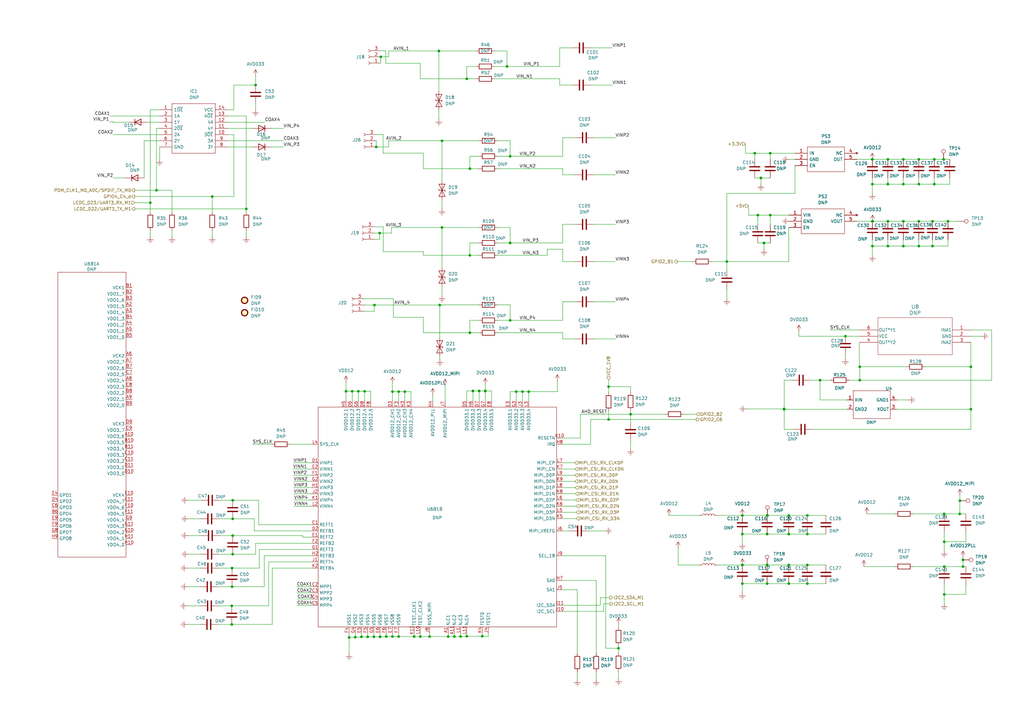
<source format=kicad_sch>
(kicad_sch (version 20231120) (generator "eeschema") (generator_version "8.0")
  (paper "A3")
  (junction (at 196.5209 160.3586))
  (junction (at 183.8209 261.0696))
  (junction (at 156.1875 23.3142))
  (junction (at 188.9009 261.0696))
  (junction (at 192.7109 69.1726))
  (junction (at 298.1209 107.2726))
  (junction (at 95.0479 248.4966))
  (junction (at 376.8609 100.9226))
  (junction (at 95.0479 256.1166))
  (junction (at 314.6309 239.3526))
  (junction (at 160.9609 160.6126))
  (junction (at 387.2749 232.3676))
  (junction (at 209.2209 131.4026))
  (junction (at 192.7109 136.4826))
  (junction (at 160.9609 261.0696))
  (junction (at 364.1609 65.3626))
  (junction (at 95.4289 227.2876))
  (junction (at 186.3609 261.0696))
  (junction (at 191.4409 260.9426))
  (junction (at 387.2749 222.2076))
  (junction (at 314.7746 211.4126))
  (junction (at 95.1749 233.0026))
  (junction (at 357.8109 100.9226))
  (junction (at 370.5109 65.3626))
  (junction (at 387.0012 65.3626))
  (junction (at 95.4289 205.1896))
  (junction (at 383.2109 75.5226))
  (junction (at 155.8809 261.1966))
  (junction (at 398.1969 167.8516))
  (junction (at 364.1609 100.9226))
  (junction (at 310.8209 88.2226))
  (junction (at 323.5209 219.0326))
  (junction (at 304.4709 239.3526))
  (junction (at 207.9509 27.2626))
  (junction (at 398.1969 150.4526))
  (junction (at 304.4709 211.4126))
  (junction (at 357.8109 75.5226))
  (junction (at 253.6709 265.8818))
  (junction (at 209.2209 64.0926))
  (junction (at 387.2749 243.7976))
  (junction (at 249.6069 172.0426))
  (junction (at 181.2809 93.3026))
  (junction (at 314.6309 219.0326))
  (junction (at 199.0533 160.3586))
  (junction (at 357.7962 65.3626))
  (junction (at 101.0169 85.6826))
  (junction (at 180.34 125.1024))
  (junction (at 357.8109 90.7626))
  (junction (at 193.9809 160.3586))
  (junction (at 166.0409 160.6126))
  (junction (at 370.5109 75.5226))
  (junction (at 169.8509 261.0696))
  (junction (at 312.0909 72.9826))
  (junction (at 314.6309 231.7326))
  (junction (at 249.6069 158.5806))
  (junction (at 336.3479 155.9136))
  (junction (at 141.9109 160.4856))
  (junction (at 331.1409 219.0326))
  (junction (at 376.8609 75.5226))
  (junction (at 148.2609 261.1966))
  (junction (at 163.5009 261.0696))
  (junction (at 181.2809 57.7426))
  (junction (at 394.97 232.3676))
  (junction (at 150.8009 261.1966))
  (junction (at 145.7209 261.3236))
  (junction (at 197.7909 260.9426))
  (junction (at 199.0609 160.3586))
  (junction (at 321.6159 167.8516))
  (junction (at 323.5209 239.3526))
  (junction (at 346.7619 137.8796))
  (junction (at 357.8819 90.7626))
  (junction (at 370.5109 90.7626))
  (junction (at 376.8609 90.7626))
  (junction (at 323.5209 231.7326))
  (junction (at 211.7609 160.6126))
  (junction (at 191.4409 32.3426))
  (junction (at 370.5109 100.9226))
  (junction (at 163.5009 160.6126))
  (junction (at 153.5825 125.1024))
  (junction (at 95.1749 240.6226))
  (junction (at 149.5309 160.4856))
  (junction (at 192.7109 104.7326))
  (junction (at 104.8269 34.8826))
  (junction (at 180.0109 20.9126))
  (junction (at 315.9009 88.2226))
  (junction (at 214.3009 160.6126))
  (junction (at 315.9009 62.8226))
  (junction (at 314.6391 231.7326))
  (junction (at 172.3909 261.0696))
  (junction (at 331.1409 211.4126))
  (junction (at 314.6309 211.4126))
  (junction (at 144.4509 160.4856))
  (junction (at 321.6159 167.7246))
  (junction (at 393.7 205.365))
  (junction (at 304.5069 231.7326))
  (junction (at 95.4289 219.6676))
  (junction (at 387.2749 210.7776))
  (junction (at 388.8046 90.7626))
  (junction (at 87.0469 80.6026))
  (junction (at 209.2209 99.6526))
  (junction (at 382.4546 100.9226))
  (junction (at 364.1609 90.7626))
  (junction (at 352.6039 155.9136))
  (junction (at 304.4709 219.0326))
  (junction (at 382.4546 90.7626))
  (junction (at 383.2109 65.3626))
  (junction (at 176.2009 261.0696))
  (junction (at 313.3609 99.6526))
  (junction (at 331.1409 231.7326))
  (junction (at 357.8109 65.3626))
  (junction (at 61.6469 83.1426))
  (junction (at 154.3257 60.2625))
  (junction (at 158.4209 261.0696))
  (junction (at 95.4289 212.8096))
  (junction (at 153.3409 261.1966))
  (junction (at 364.1609 75.5226))
  (junction (at 394.97 229.6349))
  (junction (at 323.5209 211.4126))
  (junction (at 64.1869 78.0626))
  (junction (at 376.8609 65.3626))
  (junction (at 304.4709 231.7326))
  (junction (at 146.9909 160.4856))
  (junction (at 309.5509 62.8226))
  (junction (at 393.6198 210.7776))
  (junction (at 216.8409 160.6126))
  (junction (at 155.7143 95.5828))
  (junction (at 352.6039 150.4526))
  (junction (at 143.1809 261.4506))
  (junction (at 258.6239 169.8836))
  (junction (at 331.1409 239.3526))
  (wire (pts (xy 121.7179 243.1626) (xy 127.9409 243.1626)))
  (wire (pts (xy 294.3109 231.7326) (xy 304.4709 231.7326)))
  (wire (pts (xy 258.6239 169.8836) (xy 258.6239 173.1856)))
  (wire (pts (xy 246.253 245.11) (xy 246.253 248.2426)))
  (wire (pts (xy 106.3509 233.0026) (xy 95.1749 233.0026)))
  (wire (pts (xy 258.6239 169.8836) (xy 272.8479 169.8836)))
  (wire (pts (xy 46.3349 49.9124) (xy 46.3349 50.1226)))
  (wire (pts (xy 230.8109 139.0226) (xy 235.8909 139.0226)))
  (wire (pts (xy 145.7209 259.6726) (xy 145.7209 261.3236)))
  (wire (pts (xy 230.8109 207.6026) (xy 236.2719 207.6026)))
  (wire (pts (xy 249.6069 172.0426) (xy 285.5479 172.0426)))
  (wire (pts (xy 93.3969 45.0426) (xy 95.9369 45.0426)))
  (wire (pts (xy 46.4069 72.9826) (xy 51.4869 72.9826)))
  (wire (pts (xy 153.3409 259.6726) (xy 153.3409 261.1966)))
  (wire (pts (xy 238.0499 179.6626) (xy 230.8109 179.6626)))
  (wire (pts (xy 181.2809 117.4326) (xy 181.2809 121.2426)))
  (wire (pts (xy 173.6609 130.1326) (xy 173.6609 136.4826)))
  (wire (pts (xy 155.8555 55.1437) (xy 157.1255 55.1437)))
  (wire (pts (xy 93.3969 50.1226) (xy 108.6369 50.1226)))
  (wire (pts (xy 163.5009 160.6126) (xy 163.5009 164.4226)))
  (wire (pts (xy 323.5209 65.3626) (xy 326.0609 65.3626)))
  (wire (pts (xy 153.5674 93.0428) (xy 157.1917 93.0428)))
  (wire (pts (xy 173.6609 103.2086) (xy 173.6609 104.7326)))
  (wire (pts (xy 209.2209 131.4026) (xy 230.8109 131.4026)))
  (wire (pts (xy 181.2809 57.7426) (xy 181.2809 74.2526)))
  (wire (pts (xy 120.1939 194.9026) (xy 127.9409 194.9026)))
  (wire (pts (xy 242.2409 34.8826) (xy 251.1309 34.8826)))
  (wire (pts (xy 309.5509 62.8226) (xy 309.5509 65.3626)))
  (wire (pts (xy 104.8269 227.2876) (xy 95.4289 227.2876)))
  (wire (pts (xy 110.1609 230.4626) (xy 127.9409 230.4626)))
  (wire (pts (xy 95.4289 219.6676) (xy 124.1309 219.6676)))
  (wire (pts (xy 93.3969 52.6626) (xy 103.5569 52.6626)))
  (wire (pts (xy 127.9409 215.2226) (xy 106.0969 215.2226)))
  (wire (pts (xy 244.5269 275.5476) (xy 244.5269 278.7226)))
  (wire (pts (xy 230.8109 136.4826) (xy 230.8109 139.0226)))
  (wire (pts (xy 181.2809 81.8726) (xy 181.2809 85.6826)))
  (wire (pts (xy 180.34 146.05) (xy 180.34 147.4333)))
  (wire (pts (xy 200.3309 259.6726) (xy 200.3309 260.9426)))
  (wire (pts (xy 95.0479 248.4966) (xy 110.1609 248.4966)))
  (wire (pts (xy 155.7143 95.5828) (xy 155.7143 98.1228)))
  (wire (pts (xy 376.8609 98.3826) (xy 376.8609 100.9226)))
  (wire (pts (xy 160.9609 259.6726) (xy 160.9609 261.0696)))
  (wire (pts (xy 127.9409 222.8426) (xy 104.8269 222.8426)))
  (wire (pts (xy 382.4546 90.7626) (xy 376.8609 90.7626)))
  (wire (pts (xy 207.9509 20.9126) (xy 207.9509 27.2626)))
  (wire (pts (xy 120.3209 189.8226) (xy 127.9409 189.8226)))
  (wire (pts (xy 230.8109 189.8226) (xy 235.6369 189.8226)))
  (wire (pts (xy 202.8709 27.2626) (xy 207.9509 27.2626)))
  (wire (pts (xy 160.9609 160.6126) (xy 163.5009 160.6126)))
  (wire (pts (xy 197.7909 260.9426) (xy 191.4409 260.9426)))
  (wire (pts (xy 253.6709 255.9896) (xy 253.6709 257.2596)))
  (wire (pts (xy 196.5209 131.4026) (xy 192.7109 131.4026)))
  (wire (pts (xy 55.2969 83.1426) (xy 61.6469 83.1426)))
  (wire (pts (xy 370.5109 98.3826) (xy 370.5109 100.9226)))
  (wire (pts (xy 336.3479 155.9136) (xy 336.3479 164.0416)))
  (wire (pts (xy 160.5799 95.5828) (xy 155.7143 95.5828)))
  (wire (pts (xy 172.3909 259.6726) (xy 172.3909 261.0696)))
  (wire (pts (xy 149.5309 160.4856) (xy 152.0709 160.4856)))
  (wire (pts (xy 258.6239 180.8056) (xy 258.6239 184.1076)))
  (wire (pts (xy 294.3109 211.4126) (xy 304.4709 211.4126)))
  (wire (pts (xy 204.1409 93.3026) (xy 209.2209 93.3026)))
  (wire (pts (xy 111.1769 60.2826) (xy 116.2569 60.2826)))
  (wire (pts (xy 204.1409 57.7426) (xy 209.2209 57.7426)))
  (wire (pts (xy 156.1875 20.7742) (xy 158.2408 20.7742)))
  (wire (pts (xy 243.5109 92.0326) (xy 252.4009 92.0326)))
  (wire (pts (xy 354.33 232.41) (xy 354.33 232.3676)))
  (wire (pts (xy 196.5209 64.0926) (xy 192.7109 64.0926)))
  (wire (pts (xy 211.7609 160.6126) (xy 214.3009 160.6126)))
  (wire (pts (xy 95.0479 256.1166) (xy 111.6849 256.1166)))
  (wire (pts (xy 173.6609 62.7838) (xy 173.6609 69.1726)))
  (wire (pts (xy 191.4409 27.2626) (xy 191.4409 32.3426)))
  (wire (pts (xy 364.1609 65.3626) (xy 370.5109 65.3626)))
  (wire (pts (xy 143.1809 261.4506) (xy 143.1809 268.0546)))
  (wire (pts (xy 120.1939 192.3626) (xy 127.9409 192.3626)))
  (wire (pts (xy 331.1409 219.0326) (xy 338.7609 219.0326)))
  (wire (pts (xy 230.8109 56.4726) (xy 230.8109 64.0926)))
  (wire (pts (xy 370.5109 65.3626) (xy 376.8609 65.3626)))
  (wire (pts (xy 312.0909 72.9826) (xy 312.0909 75.5226)))
  (wire (pts (xy 274.3609 211.3804) (xy 275.8342 211.3804)))
  (wire (pts (xy 183.8209 259.6726) (xy 183.8209 261.0696)))
  (wire (pts (xy 243.5109 123.7826) (xy 252.4009 123.7826)))
  (wire (pts (xy 357.8109 90.7626) (xy 357.8819 90.7626)))
  (wire (pts (xy 258.6239 160.8666) (xy 258.6239 158.5806)))
  (wire (pts (xy 304.4709 211.4126) (xy 314.6309 211.4126)))
  (wire (pts (xy 204.1409 125.0526) (xy 209.2209 125.0526)))
  (wire (pts (xy 169.8509 261.0696) (xy 163.5009 261.0696)))
  (wire (pts (xy 310.8209 88.2226) (xy 310.8209 92.0326)))
  (wire (pts (xy 346.7619 137.8796) (xy 352.4769 137.8796)))
  (wire (pts (xy 258.6239 158.5806) (xy 249.6069 158.5806)))
  (wire (pts (xy 89.4599 256.1166) (xy 95.0479 256.1166)))
  (wire (pts (xy 124.1309 219.6676) (xy 124.1309 220.3026)))
  (wire (pts (xy 244.5269 238.0826) (xy 244.5269 267.9276)))
  (wire (pts (xy 228.6 156.21) (xy 228.6 160.6126)))
  (wire (pts (xy 104.8269 42.5026) (xy 104.8269 45.0426)))
  (wire (pts (xy 157.1917 103.2086) (xy 173.6609 103.2086)))
  (wire (pts (xy 95.4289 212.8096) (xy 104.3189 212.8096)))
  (wire (pts (xy 173.6609 69.1726) (xy 192.7109 69.1726)))
  (wire (pts (xy 127.9409 233.0026) (xy 111.6849 233.0026)))
  (wire (pts (xy 89.8409 233.0026) (xy 95.1749 233.0026)))
  (wire (pts (xy 323.5209 88.2226) (xy 315.9009 88.2226)))
  (wire (pts (xy 327.66 137.8796) (xy 346.7619 137.8796)))
  (wire (pts (xy 154.3257 57.7225) (xy 154.3257 60.2625)))
  (wire (pts (xy 230.8109 241.8926) (xy 236.7799 241.8926)))
  (wire (pts (xy 89.8409 212.8096) (xy 95.4289 212.8096)))
  (wire (pts (xy 229.5409 34.8826) (xy 234.6209 34.8826)))
  (wire (pts (xy 87.0469 94.5726) (xy 87.0469 97.1126)))
  (wire (pts (xy 120.5749 207.6026) (xy 127.9409 207.6026)))
  (wire (pts (xy 176.2009 261.0696) (xy 172.3909 261.0696)))
  (wire (pts (xy 61.6469 94.5726) (xy 61.6469 97.1126)))
  (wire (pts (xy 230.8109 238.0826) (xy 244.5269 238.0826)))
  (wire (pts (xy 150.8009 259.6726) (xy 150.8009 261.1966)))
  (wire (pts (xy 120.4479 202.5226) (xy 127.9409 202.5226)))
  (wire (pts (xy 230.8109 182.2026) (xy 242.2409 182.2026)))
  (wire (pts (xy 216.8409 160.6126) (xy 216.8409 164.4226)))
  (wire (pts (xy 305.9949 167.7246) (xy 321.6159 167.7246)))
  (wire (pts (xy 124.1309 220.3026) (xy 127.9409 220.3026)))
  (wire (pts (xy 247.65 247.65) (xy 250.19 247.65)))
  (wire (pts (xy 156.1875 25.8542) (xy 156.1875 23.3142)))
  (wire (pts (xy 149.4067 122.5624) (xy 161.3419 122.5624)))
  (wire (pts (xy 95.1749 240.6226) (xy 108.3829 240.6226)))
  (wire (pts (xy 90.0949 219.6676) (xy 95.4289 219.6676)))
  (wire (pts (xy 379.4009 150.4526) (xy 398.1969 150.4526)))
  (wire (pts (xy 309.5509 62.8226) (xy 305.7409 62.8226)))
  (wire (pts (xy 253.6709 275.4206) (xy 253.6709 278.3416)))
  (wire (pts (xy 291.7709 107.2726) (xy 298.1209 107.2726)))
  (wire (pts (xy 348.2859 155.9136) (xy 352.6039 155.9136)))
  (wire (pts (xy 243.5109 107.2726) (xy 252.4009 107.2726)))
  (wire (pts (xy 326.0609 79.3326) (xy 298.1209 79.3326)))
  (wire (pts (xy 196.5209 57.7426) (xy 181.2809 57.7426)))
  (wire (pts (xy 199.0533 157.7072) (xy 199.0533 160.3586)))
  (wire (pts (xy 314.6309 239.3526) (xy 323.5209 239.3526)))
  (wire (pts (xy 155.8555 55.1825) (xy 154.3257 55.1825)))
  (wire (pts (xy 148.2609 259.6726) (xy 148.2609 261.1966)))
  (wire (pts (xy 192.7109 136.4826) (xy 196.5209 136.4826)))
  (wire (pts (xy 230.8109 192.3626) (xy 235.7639 192.3626)))
  (wire (pts (xy 321.6159 167.8516) (xy 347.3969 167.8516)))
  (wire (pts (xy 46.3349 50.1226) (xy 52.7569 50.1226)))
  (wire (pts (xy 160.5799 93.3026) (xy 160.5799 95.5828)))
  (wire (pts (xy 153.3409 261.1966) (xy 155.8809 261.1966)))
  (wire (pts (xy 374.5749 210.7776) (xy 387.2749 210.7776)))
  (wire (pts (xy 160.9609 157.1836) (xy 160.9609 160.6126)))
  (wire (pts (xy 230.8109 194.9026) (xy 235.7639 194.9026)))
  (wire (pts (xy 249.6069 155.7866) (xy 249.6069 158.5806)))
  (wire (pts (xy 177.4709 161.8826) (xy 177.4709 164.4226)))
  (wire (pts (xy 191.4409 259.6726) (xy 191.4409 260.9426)))
  (wire (pts (xy 95.9369 55.2026) (xy 95.9369 80.6026)))
  (wire (pts (xy 376.8609 75.5226) (xy 383.2109 75.5226)))
  (wire (pts (xy 248.4632 227.9226) (xy 230.8109 227.9226)))
  (wire (pts (xy 394.97 229.6349) (xy 394.97 232.3676)))
  (wire (pts (xy 143.1809 259.6726) (xy 143.1809 261.4506)))
  (wire (pts (xy 188.9009 259.6726) (xy 188.9009 261.0696)))
  (wire (pts (xy 230.8109 71.7126) (xy 235.8909 71.7126)))
  (wire (pts (xy 391.705 90.7626) (xy 388.8046 90.7626)))
  (wire (pts (xy 214.3009 160.6126) (xy 214.3009 164.4226)))
  (wire (pts (xy 248.4632 265.8818) (xy 248.4632 227.9226)))
  (wire (pts (xy 211.7609 160.6126) (xy 211.7609 164.4226)))
  (wire (pts (xy 314.6391 231.7326) (xy 323.5209 231.7326)))
  (wire (pts (xy 158.4209 259.6726) (xy 158.4209 261.0696)))
  (wire (pts (xy 145.7209 261.4506) (xy 143.1809 261.4506)))
  (wire (pts (xy 230.8109 107.2726) (xy 235.8909 107.2726)))
  (wire (pts (xy 149.4067 125.1024) (xy 153.5825 125.1024)))
  (wire (pts (xy 155.7143 95.5828) (xy 153.5674 95.5828)))
  (wire (pts (xy 90.0949 205.1896) (xy 95.4289 205.1896)))
  (wire (pts (xy 181.2809 93.3026) (xy 181.2809 109.8126)))
  (wire (pts (xy 64.1869 78.0626) (xy 70.5369 78.0626)))
  (wire (pts (xy 391.705 90.7701) (xy 391.705 90.7626)))
  (wire (pts (xy 186.3609 261.0696) (xy 183.8209 261.0696)))
  (wire (pts (xy 104.8269 222.8426) (xy 104.8269 227.2876)))
  (wire (pts (xy 325.5529 176.1066) (xy 321.6159 176.1066)))
  (wire (pts (xy 364.1609 75.5226) (xy 370.5109 75.5226)))
  (wire (pts (xy 180.0109 45.0426) (xy 180.0109 48.8526)))
  (wire (pts (xy 55.2969 80.6026) (xy 87.0469 80.6026)))
  (wire (pts (xy 95.9369 80.6026) (xy 87.0469 80.6026)))
  (wire (pts (xy 352.6039 155.9136) (xy 406.7059 155.9136)))
  (wire (pts (xy 155.8809 259.6726) (xy 155.8809 261.1966)))
  (wire (pts (xy 45.1369 47.5826) (xy 65.4569 47.5826)))
  (wire (pts (xy 242.2409 19.6426) (xy 251.1309 19.6426)))
  (wire (pts (xy 172.3909 32.3426) (xy 191.4409 32.3426)))
  (wire (pts (xy 374.5749 232.3676) (xy 387.2749 232.3676)))
  (wire (pts (xy 394.97 228.6) (xy 394.97 229.6349)))
  (wire (pts (xy 382.4546 90.7626) (xy 388.8046 90.7626)))
  (wire (pts (xy 163.5009 259.6726) (xy 163.5009 261.0696)))
  (wire (pts (xy 238.0499 169.8836) (xy 258.6239 169.8836)))
  (wire (pts (xy 204.1409 99.6526) (xy 209.2209 99.6526)))
  (wire (pts (xy 364.1609 100.9226) (xy 370.5109 100.9226)))
  (wire (pts (xy 159.4369 57.7426) (xy 159.4369 60.2826)))
  (wire (pts (xy 93.3969 47.5826) (xy 101.0169 47.5826)))
  (wire (pts (xy 396.1649 222.2076) (xy 387.2749 222.2076)))
  (wire (pts (xy 120.4479 199.9826) (xy 127.9409 199.9826)))
  (wire (pts (xy 393.0203 90.7701) (xy 391.705 90.7701)))
  (wire (pts (xy 382.4546 100.9226) (xy 388.8046 100.9226)))
  (wire (pts (xy 191.4409 260.9426) (xy 191.4409 261.0696)))
  (wire (pts (xy 173.6609 104.7326) (xy 192.7109 104.7326)))
  (wire (pts (xy 196.5209 93.3026) (xy 181.2809 93.3026)))
  (wire (pts (xy 76.8869 240.6226) (xy 81.9669 240.6226)))
  (wire (pts (xy 383.2109 75.5226) (xy 389.5609 75.5226)))
  (wire (pts (xy 376.8609 72.9826) (xy 376.8609 75.5226)))
  (wire (pts (xy 192.7109 99.6526) (xy 192.7109 104.7326)))
  (wire (pts (xy 195.2509 20.9126) (xy 180.0109 20.9126)))
  (wire (pts (xy 209.2209 64.0926) (xy 230.8109 64.0926)))
  (wire (pts (xy 230.8109 102.1926) (xy 230.8109 107.2726)))
  (wire (pts (xy 89.8409 227.2876) (xy 95.4289 227.2876)))
  (wire (pts (xy 161.3419 130.1326) (xy 173.6609 130.1326)))
  (wire (pts (xy 230.8109 205.0626) (xy 236.1449 205.0626)))
  (wire (pts (xy 154.3257 60.2625) (xy 154.3257 60.2826)))
  (wire (pts (xy 89.5869 240.6226) (xy 95.1749 240.6226)))
  (wire (pts (xy 77.0139 219.6676) (xy 82.4749 219.6676)))
  (wire (pts (xy 176.2009 259.6726) (xy 176.2009 261.0696)))
  (wire (pts (xy 387.2749 222.2076) (xy 387.2749 218.3976)))
  (wire (pts (xy 230.8109 212.6826) (xy 236.3989 212.6826)))
  (wire (pts (xy 357.8109 75.5226) (xy 357.8109 79.3326)))
  (wire (pts (xy 59.1069 57.7426) (xy 59.1069 72.9826)))
  (wire (pts (xy 209.2209 57.7426) (xy 209.2209 64.0926)))
  (wire (pts (xy 152.0709 160.4856) (xy 152.0709 164.4226)))
  (wire (pts (xy 157.1255 55.1437) (xy 157.1255 62.7838)))
  (wire (pts (xy 89.7139 248.4966) (xy 95.0479 248.4966)))
  (wire (pts (xy 393.7 203.2) (xy 393.7 205.365)))
  (wire (pts (xy 172.3909 261.0696) (xy 169.8509 261.0696)))
  (wire (pts (xy 61.6469 83.1426) (xy 61.6469 86.9526)))
  (wire (pts (xy 127.9409 245.7026) (xy 121.9719 245.7026)))
  (wire (pts (xy 166.0409 160.6126) (xy 168.5809 160.6126)))
  (wire (pts (xy 160.9609 164.4226) (xy 160.9609 160.6126)))
  (wire (pts (xy 155.7143 98.1228) (xy 153.5674 98.1228)))
  (wire (pts (xy 61.6469 45.0426) (xy 61.6469 83.1426)))
  (wire (pts (xy 323.5209 239.3526) (xy 331.1409 239.3526)))
  (wire (pts (xy 157.1255 62.7838) (xy 173.6609 62.7838)))
  (wire (pts (xy 95.9369 34.8826) (xy 104.8269 34.8826)))
  (wire (pts (xy 331.1409 231.7326) (xy 338.7609 231.7326)))
  (wire (pts (xy 224.4609 104.7326) (xy 204.1409 104.7326)))
  (wire (pts (xy 304.4709 239.3526) (xy 304.4709 243.1626)))
  (wire (pts (xy 192.7109 69.1726) (xy 196.5209 69.1726)))
  (wire (pts (xy 321.6159 167.8516) (xy 321.6159 176.1066)))
  (wire (pts (xy 166.0409 160.6126) (xy 166.0409 164.4226)))
  (wire (pts (xy 127.9409 225.3826) (xy 106.3509 225.3826)))
  (wire (pts (xy 149.5309 160.4856) (xy 149.5309 164.4226)))
  (wire (pts (xy 199.0609 160.3586) (xy 199.0609 164.4226)))
  (wire (pts (xy 315.9009 62.8226) (xy 315.9009 65.3626)))
  (wire (pts (xy 336.3479 155.9136) (xy 340.6659 155.9136)))
  (wire (pts (xy 235.8909 92.0326) (xy 230.8109 92.0326)))
  (wire (pts (xy 364.1609 72.9826) (xy 364.1609 75.5226)))
  (wire (pts (xy 149.4067 127.6424) (xy 153.5825 127.6424)))
  (wire (pts (xy 393.6198 210.7776) (xy 396.1649 210.7776)))
  (wire (pts (xy 157.1917 93.0428) (xy 157.1917 103.2086)))
  (wire (pts (xy 191.4409 160.3586) (xy 193.9809 160.3586)))
  (wire (pts (xy 327.66 137.8796) (xy 327.66 135.89)))
  (wire (pts (xy 144.4509 160.4856) (xy 146.9909 160.4856)))
  (wire (pts (xy 196.5209 125.0526) (xy 181.2809 125.0526)))
  (wire (pts (xy 121.7179 240.6226) (xy 127.9409 240.6226)))
  (wire (pts (xy 280.4679 169.8836) (xy 285.5479 169.8836)))
  (wire (pts (xy 275.8342 211.3804) (xy 275.8342 211.4126)))
  (wire (pts (xy 230.8109 197.4426) (xy 235.7639 197.4426)))
  (wire (pts (xy 159.4369 20.9126) (xy 180.0109 20.9126)))
  (wire (pts (xy 230.8109 69.1726) (xy 230.8109 71.7126)))
  (wire (pts (xy 278.13 231.7326) (xy 286.6909 231.7326)))
  (wire (pts (xy 310.8209 88.2226) (xy 315.9009 88.2226)))
  (wire (pts (xy 367.7169 167.8516) (xy 398.1969 167.8516)))
  (wire (pts (xy 168.5809 160.6126) (xy 168.5809 164.4226)))
  (wire (pts (xy 230.8109 210.1426) (xy 236.2719 210.1426)))
  (wire (pts (xy 106.3509 225.3826) (xy 106.3509 233.0026)))
  (wire (pts (xy 197.7909 259.6726) (xy 197.7909 260.9426)))
  (wire (pts (xy 387.2749 243.7976) (xy 387.2749 247.6076)))
  (wire (pts (xy 387.2749 232.3676) (xy 394.97 232.3676)))
  (wire (pts (xy 355.5249 210.7776) (xy 366.9549 210.7776)))
  (wire (pts (xy 110.1609 248.4966) (xy 110.1609 230.4626)))
  (wire (pts (xy 298.1209 79.3326) (xy 298.1209 107.2726)))
  (wire (pts (xy 228.6 160.6126) (xy 216.8409 160.6126)))
  (wire (pts (xy 396.1649 243.7976) (xy 387.2749 243.7976)))
  (wire (pts (xy 155.8555 55.1437) (xy 155.8555 55.1825)))
  (wire (pts (xy 207.9509 27.2626) (xy 229.5409 27.2626)))
  (wire (pts (xy 246.253 245.11) (xy 250.063 245.11)))
  (wire (pts (xy 364.1609 90.7626) (xy 370.5109 90.7626)))
  (wire (pts (xy 253.6709 265.8818) (xy 248.4632 265.8818)))
  (wire (pts (xy 65.4569 45.0426) (xy 61.6469 45.0426)))
  (wire (pts (xy 159.4369 57.7426) (xy 181.2809 57.7426)))
  (wire (pts (xy 321.6159 167.7246) (xy 321.6159 167.8516)))
  (wire (pts (xy 352.4769 150.4526) (xy 352.6039 150.4526)))
  (wire (pts (xy 70.5369 78.0626) (xy 70.5369 86.9526)))
  (wire (pts (xy 304.4709 219.0326) (xy 304.4709 222.8426)))
  (wire (pts (xy 242.2409 172.0426) (xy 249.6069 172.0426)))
  (wire (pts (xy 204.1409 64.0926) (xy 209.2209 64.0926)))
  (wire (pts (xy 70.5369 94.5726) (xy 70.5369 97.1126)))
  (wire (pts (xy 199.0533 160.3586) (xy 199.0609 160.3586)))
  (wire (pts (xy 201.6009 160.3586) (xy 201.6009 164.4226)))
  (wire (pts (xy 141.9109 164.4226) (xy 141.9109 160.4856)))
  (wire (pts (xy 161.3419 122.5624) (xy 161.3419 130.1326)))
  (wire (pts (xy 333.1729 176.1066) (xy 398.1969 176.1066)))
  (wire (pts (xy 146.9909 160.4856) (xy 149.5309 160.4856)))
  (wire (pts (xy 275.8342 211.4126) (xy 286.6909 211.4126)))
  (wire (pts (xy 253.6709 265.8818) (xy 253.6709 267.8006)))
  (wire (pts (xy 351.4609 90.7626) (xy 357.8109 90.7626)))
  (wire (pts (xy 159.4369 20.9126) (xy 159.4369 23.3142)))
  (wire (pts (xy 163.5009 261.0696) (xy 160.9609 261.0696)))
  (wire (pts (xy 192.7109 104.7326) (xy 196.5209 104.7326)))
  (wire (pts (xy 314.6309 211.4126) (xy 314.7746 211.4126)))
  (wire (pts (xy 111.6849 233.0026) (xy 111.6849 256.1166)))
  (wire (pts (xy 188.9009 261.0696) (xy 186.3609 261.0696)))
  (wire (pts (xy 396.1649 218.3976) (xy 396.1649 222.2076)))
  (wire (pts (xy 340.4119 135.3396) (xy 352.4769 135.3396)))
  (wire (pts (xy 370.5109 100.9226) (xy 376.8609 100.9226)))
  (wire (pts (xy 243.5109 56.4726) (xy 252.4009 56.4726)))
  (wire (pts (xy 326.0609 67.9026) (xy 326.0609 79.3326)))
  (wire (pts (xy 376.8609 100.9226) (xy 382.4546 100.9226)))
  (wire (pts (xy 258.6239 168.4866) (xy 258.6239 169.8836)))
  (wire (pts (xy 76.7599 256.1166) (xy 81.8399 256.1166)))
  (wire (pts (xy 323.5209 219.0326) (xy 331.1409 219.0326)))
  (wire (pts (xy 235.8909 123.7826) (xy 230.8109 123.7826)))
  (wire (pts (xy 202.8709 20.9126) (xy 207.9509 20.9126)))
  (wire (pts (xy 191.4409 261.0696) (xy 188.9009 261.0696)))
  (wire (pts (xy 393.6249 208.8726) (xy 393.6198 210.7776)))
  (wire (pts (xy 376.8609 65.3626) (xy 383.2109 65.3626)))
  (wire (pts (xy 230.8109 92.0326) (xy 230.8109 99.6526)))
  (wire (pts (xy 304.4709 231.7326) (xy 304.5069 231.7326)))
  (wire (pts (xy 352.4769 140.4196) (xy 352.4769 150.4526)))
  (wire (pts (xy 200.3309 260.9426) (xy 197.7909 260.9426)))
  (wire (pts (xy 323.5209 231.7326) (xy 331.1409 231.7326)))
  (wire (pts (xy 230.8109 202.5226) (xy 236.0179 202.5226)))
  (wire (pts (xy 158.4209 261.1966) (xy 155.8809 261.1966)))
  (wire (pts (xy 46.4069 55.2026) (xy 65.4569 55.2026)))
  (wire (pts (xy 382.4546 98.3826) (xy 382.4546 100.9226)))
  (wire (pts (xy 304.5069 231.7326) (xy 314.6309 231.7326)))
  (wire (pts (xy 145.7209 261.3236) (xy 145.7209 261.4506)))
  (wire (pts (xy 108.3829 227.9226) (xy 127.9409 227.9226)))
  (wire (pts (xy 77.1409 227.2876) (xy 82.2209 227.2876)))
  (wire (pts (xy 95.9369 45.0426) (xy 95.9369 34.8826)))
  (wire (pts (xy 101.0169 47.5826) (xy 101.0169 85.6826)))
  (wire (pts (xy 387.2749 222.2076) (xy 387.2749 226.0176)))
  (wire (pts (xy 93.3969 60.2826) (xy 103.5569 60.2826)))
  (wire (pts (xy 202.8709 32.3426) (xy 229.5409 32.3426)))
  (wire (pts (xy 169.8509 259.6726) (xy 169.8509 261.0696)))
  (wire (pts (xy 243.5109 71.7126) (xy 252.4009 71.7126)))
  (wire (pts (xy 304.4709 219.0326) (xy 314.6309 219.0326)))
  (wire (pts (xy 331.1409 211.4126) (xy 338.7609 211.4126)))
  (wire (pts (xy 312.0909 72.9826) (xy 315.9009 72.9826)))
  (wire (pts (xy 160.9609 261.0696) (xy 158.4209 261.0696)))
  (wire (pts (xy 367.7169 164.0416) (xy 372.7159 164.0416)))
  (wire (pts (xy 180.34 147.4333) (xy 180.45 147.4333)))
  (wire (pts (xy 396.1649 239.9876) (xy 396.1649 243.7976)))
  (wire (pts (xy 104.8269 31.0886) (xy 104.8269 34.8826)))
  (wire (pts (xy 354.33 232.3676) (xy 366.9549 232.3676)))
  (wire (pts (xy 173.6609 136.4826) (xy 192.7109 136.4826)))
  (wire (pts (xy 77.1409 212.8096) (xy 82.2209 212.8096)))
  (wire (pts (xy 196.5209 160.3586) (xy 196.5209 164.4226)))
  (wire (pts (xy 180.34 125.1024) (xy 181.2809 125.1024)))
  (wire (pts (xy 313.3609 99.6526) (xy 313.3609 102.1926)))
  (wire (pts (xy 305.7409 59.0126) (xy 305.7409 62.8226)))
  (wire (pts (xy 383.2109 65.3626) (xy 387.0012 65.3626)))
  (wire (pts (xy 323.5209 107.2726) (xy 323.5209 93.3026)))
  (wire (pts (xy 111.1769 52.6626) (xy 116.2569 52.6626)))
  (wire (pts (xy 230.8109 217.7626) (xy 233.8589 217.7626)))
  (wire (pts (xy 104.3189 217.7626) (xy 127.9409 217.7626)))
  (wire (pts (xy 204.1409 136.4826) (xy 230.8109 136.4826)))
  (wire (pts (xy 180.0109 20.9126) (xy 180.0109 37.4226)))
  (wire (pts (xy 76.6329 248.4966) (xy 82.0939 248.4966)))
  (wire (pts (xy 314.6309 231.7326) (xy 314.6391 231.7326)))
  (wire (pts (xy 60.3769 50.1226) (xy 65.4569 50.1226)))
  (wire (pts (xy 153.3409 261.1966) (xy 150.8009 261.1966)))
  (wire (pts (xy 370.5109 75.5226) (xy 376.8609 75.5226)))
  (wire (pts (xy 321.6159 155.9136) (xy 324.7909 155.9136)))
  (wire (pts (xy 120.4479 197.4426) (xy 127.9409 197.4426)))
  (wire (pts (xy 393.7 205.365) (xy 393.7 208.8726)))
  (wire (pts (xy 243.5109 139.0226) (xy 252.4009 139.0226)))
  (wire (pts (xy 55.2969 85.6826) (xy 101.0169 85.6826)))
  (wire (pts (xy 298.1209 107.2726) (xy 323.5209 107.2726)))
  (wire (pts (xy 141.9109 160.4856) (xy 144.4509 160.4856)))
  (wire (pts (xy 398.1969 167.8516) (xy 398.1969 176.1066)))
  (wire (pts (xy 65.4569 52.6626) (xy 64.1869 52.6626)))
  (wire (pts (xy 229.5409 19.6426) (xy 229.5409 27.2626)))
  (wire (pts (xy 65.4569 57.7426) (xy 59.1069 57.7426)))
  (wire (pts (xy 383.2109 72.9826) (xy 383.2109 75.5226)))
  (wire (pts (xy 101.0169 85.6826) (xy 101.0169 86.9526)))
  (wire (pts (xy 44.8083 49.9124) (xy 46.3349 49.9124)))
  (wire (pts (xy 313.3609 99.6526) (xy 315.9009 99.6526)))
  (wire (pts (xy 398.1969 137.8796) (xy 402.6419 137.8796)))
  (wire (pts (xy 314.7746 211.4126) (xy 323.5209 211.4126)))
  (wire (pts (xy 307.0109 84.4126) (xy 307.0109 88.2226)))
  (wire (pts (xy 234.6209 19.6426) (xy 229.5409 19.6426)))
  (wire (pts (xy 387.2749 210.7776) (xy 393.6198 210.7776)))
  (wire (pts (xy 144.4509 160.4856) (xy 144.4509 164.4226)))
  (wire (pts (xy 204.1409 69.1726) (xy 230.8109 69.1726)))
  (wire (pts (xy 388.8046 100.9226) (xy 388.8046 98.3826)))
  (wire (pts (xy 141.9109 156.8026) (xy 141.9109 160.4856)))
  (wire (pts (xy 229.5409 32.3426) (xy 229.5409 34.8826)))
  (wire (pts (xy 193.9809 160.3586) (xy 196.5209 160.3586)))
  (wire (pts (xy 180.34 125.1024) (xy 180.34 138.43)))
  (wire (pts (xy 150.8009 261.1966) (xy 148.2609 261.1966)))
  (wire (pts (xy 357.8109 98.3826) (xy 357.8109 100.9226)))
  (wire (pts (xy 158.4209 261.0696) (xy 158.4209 261.1966)))
  (wire (pts (xy 186.3609 259.6726) (xy 186.3609 261.0696)))
  (wire (pts (xy 372.7159 164.0416) (xy 372.7159 164.0385)))
  (wire (pts (xy 214.3009 160.6126) (xy 216.8409 160.6126)))
  (wire (pts (xy 242.2409 182.2026) (xy 242.2409 172.0426)))
  (wire (pts (xy 246.253 248.2426) (xy 230.8109 248.2426)))
  (wire (pts (xy 183.8209 261.0696) (xy 176.2009 261.0696)))
  (wire (pts (xy 158.2408 25.9926) (xy 172.3909 25.9926)))
  (wire (pts (xy 192.7109 131.4026) (xy 192.7109 136.4826)))
  (wire (pts (xy 224.4609 102.1926) (xy 224.4609 104.7326)))
  (wire (pts (xy 352.6039 150.4526) (xy 352.6039 155.9136)))
  (wire (pts (xy 364.1609 98.3826) (xy 364.1609 100.9226)))
  (wire (pts (xy 146.9909 160.4856) (xy 146.9909 164.4226)))
  (wire (pts (xy 93.3969 55.2026) (xy 95.9369 55.2026)))
  (wire (pts (xy 321.6159 155.9136) (xy 321.6159 167.7246)))
  (wire (pts (xy 153.5825 127.6424) (xy 153.5825 125.1024)))
  (wire (pts (xy 357.8109 100.9226) (xy 364.1609 100.9226)))
  (wire (pts (xy 352.6039 150.4526) (xy 371.7809 150.4526)))
  (wire (pts (xy 148.2609 261.1966) (xy 148.2609 261.3236)))
  (wire (pts (xy 236.7799 275.5476) (xy 236.7799 278.7226)))
  (wire (pts (xy 65.4569 60.2826) (xy 65.4569 65.3626)))
  (wire (pts (xy 309.5509 72.9826) (xy 312.0909 72.9826)))
  (wire (pts (xy 398.1969 150.4526) (xy 398.1969 167.8516)))
  (wire (pts (xy 163.5009 160.6126) (xy 166.0409 160.6126)))
  (wire (pts (xy 148.2609 261.3236) (xy 145.7209 261.3236)))
  (wire (pts (xy 196.5209 160.3586) (xy 199.0533 160.3586)))
  (wire (pts (xy 238.0499 169.8836) (xy 238.0499 179.6626)))
  (wire (pts (xy 394.97 232.3676) (xy 396.1649 232.3676)))
  (wire (pts (xy 393.7 208.8726) (xy 393.6249 208.8726)))
  (wire (pts (xy 357.8819 90.7626) (xy 364.1609 90.7626)))
  (wire (pts (xy 332.4109 155.9136) (xy 336.3479 155.9136)))
  (wire (pts (xy 357.8109 100.9226) (xy 357.8109 104.7326)))
  (wire (pts (xy 101.0169 94.5726) (xy 101.0169 97.1126)))
  (wire (pts (xy 108.3829 240.6226) (xy 108.3829 227.9226)))
  (wire (pts (xy 76.7599 233.0026) (xy 82.2209 233.0026)))
  (wire (pts (xy 389.5609 75.5226) (xy 389.5609 72.9826)))
  (wire (pts (xy 106.0969 205.1896) (xy 95.4289 205.1896)))
  (wire (pts (xy 357.7962 65.3626) (xy 357.8109 65.3626)))
  (wire (pts (xy 209.2209 99.6526) (xy 230.8109 99.6526)))
  (wire (pts (xy 195.2509 27.2626) (xy 191.4409 27.2626)))
  (wire (pts (xy 160.5799 93.3026) (xy 181.2809 93.3026)))
  (wire (pts (xy 298.1209 118.7026) (xy 298.1209 122.5126)))
  (wire (pts (xy 172.3909 25.9926) (xy 172.3909 32.3426)))
  (wire (pts (xy 249.6069 158.5806) (xy 249.6069 160.9936)))
  (wire (pts (xy 55.2969 78.0626) (xy 64.1869 78.0626)))
  (wire (pts (xy 331.1409 239.3526) (xy 338.7609 239.3526)))
  (wire (pts (xy 103.5569 182.2026) (xy 111.4309 182.2026)))
  (wire (pts (xy 357.8109 65.3626) (xy 364.1609 65.3626)))
  (wire (pts (xy 236.7799 241.8926) (xy 236.7799 267.9276)))
  (wire (pts (xy 192.7109 64.0926) (xy 192.7109 69.1726)))
  (wire (pts (xy 196.5209 99.6526) (xy 192.7109 99.6526)))
  (wire (pts (xy 346.7619 145.4996) (xy 346.7619 147.1506)))
  (wire (pts (xy 191.4409 164.4226) (xy 191.4409 160.3586)))
  (wire (pts (xy 370.5109 72.9826) (xy 370.5109 75.5226)))
  (wire (pts (xy 204.1409 131.4026) (xy 209.2209 131.4026)))
  (wire (pts (xy 406.7059 135.3396) (xy 406.7059 155.9136)))
  (wire (pts (xy 304.4709 239.3526) (xy 314.6309 239.3526)))
  (wire (pts (xy 241.4789 217.7626) (xy 248.2099 217.7626)))
  (wire (pts (xy 209.2209 160.6126) (xy 211.7609 160.6126)))
  (wire (pts (xy 64.1869 52.6626) (xy 64.1869 78.0626)))
  (wire (pts (xy 298.1209 107.2726) (xy 298.1209 111.0826)))
  (wire (pts (xy 235.8909 56.4726) (xy 230.8109 56.4726)))
  (wire (pts (xy 209.2209 164.4226) (xy 209.2209 160.6126)))
  (wire (pts (xy 398.1969 140.4196) (xy 398.1969 150.4526)))
  (wire (pts (xy 357.8109 72.9826) (xy 357.8109 75.5226)))
  (wire (pts (xy 247.65 247.65) (xy 247.65 250.7826)))
  (wire (pts (xy 314.6309 219.0326) (xy 323.5209 219.0326)))
  (wire (pts (xy 120.5749 205.0626) (xy 127.9409 205.0626)))
  (wire (pts (xy 182.5509 158.0726) (xy 182.5509 164.4226)))
  (wire (pts (xy 310.8209 99.6526) (xy 313.3609 99.6526)))
  (wire (pts (xy 278.13 224.79) (xy 278.13 231.7326)))
  (wire (pts (xy 387.0012 65.3626) (xy 389.5609 65.3626)))
  (wire (pts (xy 315.9009 88.2226) (xy 315.9009 92.0326)))
  (wire (pts (xy 104.3189 212.8096) (xy 104.3189 217.7626)))
  (wire (pts (xy 77.0139 205.1896) (xy 82.4749 205.1896)))
  (wire (pts (xy 209.2209 93.3026) (xy 209.2209 99.6526)))
  (wire (pts (xy 156.1875 23.3142) (xy 159.4369 23.3142)))
  (wire (pts (xy 398.1969 135.3396) (xy 406.7059 135.3396)))
  (wire (pts (xy 230.8109 123.7826) (xy 230.8109 131.4026)))
  (wire (pts (xy 253.6709 264.8796) (xy 253.6709 265.8818)))
  (wire (pts (xy 277.8009 107.2726) (xy 284.1509 107.2726)))
  (wire (pts (xy 159.4369 60.2826) (xy 154.3257 60.2826)))
  (wire (pts (xy 249.6069 168.6136) (xy 249.6069 172.0426)))
  (wire (pts (xy 387.2749 243.7976) (xy 387.2749 239.9876)))
  (wire (pts (xy 181.2809 125.1024) (xy 181.2809 125.0526)))
  (wire (pts (xy 230.8109 199.9826) (xy 235.8909 199.9826)))
  (wire (pts (xy 193.9809 160.3586) (xy 193.9809 164.4226)))
  (wire (pts (xy 351.4609 65.3626) (xy 357.7962 65.3626)))
  (wire (pts (xy 370.5109 90.7626) (xy 376.8609 90.7626)))
  (wire (pts (xy 209.2209 125.0526) (xy 209.2209 131.4026)))
  (wire (pts (xy 357.8109 75.5226) (xy 364.1609 75.5226)))
  (wire (pts (xy 153.5825 125.1024) (xy 180.34 125.1024)))
  (wire (pts (xy 106.0969 215.2226) (xy 106.0969 205.1896)))
  (wire (pts (xy 199.0609 160.3586) (xy 201.6009 160.3586)))
  (wire (pts (xy 309.5509 62.8226) (xy 315.9009 62.8226)))
  (wire (pts (xy 323.5209 211.4126) (xy 331.1409 211.4126)))
  (wire (pts (xy 336.3479 164.0416) (xy 347.3969 164.0416)))
  (wire (pts (xy 119.0509 182.2026) (xy 127.9409 182.2026)))
  (wire (pts (xy 121.8449 248.2426) (xy 127.9409 248.2426)))
  (wire (pts (xy 87.0469 86.9526) (xy 87.0469 80.6026)))
  (wire (pts (xy 224.4609 102.1926) (xy 230.8109 102.1926)))
  (wire (pts (xy 93.3969 57.7426) (xy 116.2569 57.7426)))
  (wire (pts (xy 247.65 250.7826) (xy 230.8109 250.7826)))
  (wire (pts (xy 310.8209 88.2226) (xy 307.0109 88.2226)))
  (wire (pts (xy 158.2408 20.7742) (xy 158.2408 25.9926)))
  (wire (pts (xy 326.0609 62.8226) (xy 315.9009 62.8226)))
  (wire (pts (xy 191.4409 32.3426) (xy 195.2509 32.3426)))
  (label "VIN_N3" (at 214.3009 104.7326 0))
  (label "VIN_N4" (at 213.0309 136.4826 0))
  (label "COAX4" (at 108.6369 50.1226 0))
  (label "VINN1" (at 120.1939 192.3626 0))
  (label "VIN_P4" (at 116.2569 52.6626 0))
  (label "VINP3" (at 252.4009 92.0326 0))
  (label "COAX2" (at 46.4069 55.2026 180))
  (label "COAX3" (at 121.9719 245.7026 0))
  (label "VIN_N2" (at 213.0309 69.1726 0))
  (label "VINP4" (at 252.4009 123.7826 0))
  (label "VINP2" (at 120.1939 194.9026 0))
  (label "VINN2" (at 252.4009 71.7126 0))
  (label "COAX1" (at 45.1369 47.5826 180))
  (label "VINP4" (at 120.5749 205.0626 0))
  (label "VINN3" (at 252.4009 107.2726 0))
  (label "SYS_CLK" (at 340.4119 135.3396 0))
  (label "VIN_P1" (at 214.6936 27.2626 0))
  (label "VINP1" (at 251.1309 19.6426 0))
  (label "COAX4" (at 121.8449 248.2426 0))
  (label "VIN_P3" (at 116.2569 60.2826 0))
  (label "COAX3" (at 116.2569 57.7426 0))
  (label "VINN1" (at 251.1309 34.8826 0))
  (label "AVIN_4" (at 168.1935 125.1024 180))
  (label "VINP3" (at 120.4479 199.9826 0))
  (label "AVIN_2" (at 164.7709 57.7426 180))
  (label "VIN_P3" (at 214.3009 99.6526 0))
  (label "VINN4" (at 120.5749 207.6026 0))
  (label "VINP2" (at 252.4009 56.4726 0))
  (label "VIN_P4" (at 213.0309 131.4026 0))
  (label "VIN_P2" (at 46.4069 72.9826 180))
  (label "AVIN_3" (at 164.6439 93.3026 180))
  (label "VINN4" (at 252.4009 139.0226 0))
  (label "VINP1" (at 120.3209 189.8226 0))
  (label "AVIN_1" (at 167.8189 20.9126 180))
  (label "VIN_P1" (at 44.8083 49.9124 180))
  (label "COAX1" (at 121.7179 240.6226 0))
  (label "COAX2" (at 121.7179 243.1626 0))
  (label "VIN_P2" (at 213.0309 64.0926 0))
  (label "VINN3" (at 120.4479 202.5226 0))
  (label "AHD_RESET" (at 238.4309 169.8836 0))
  (label "VIN_N1" (at 211.7609 32.3426 0))
  (label "VINN2" (at 120.4479 197.4426 0))
  (label "SYS_CLK" (at 103.5569 182.2026 0))
  (hierarchical_label "GPIO4_C4_d" (shape output) (at 55.2969 80.6026 180))
  (hierarchical_label "+3.3V" (shape input) (at 305.7409 59.0126 180))
  (hierarchical_label "MIPI_CSI_RX_D2N" (shape input) (at 236.2719 207.6026 0))
  (hierarchical_label "GPIO2_C6" (shape output) (at 285.5479 172.0426 0))
  (hierarchical_label "MIPI_CSI_RX_D0N" (shape input) (at 235.7639 197.4426 0))
  (hierarchical_label "MIPI_CSI_RX_D1N" (shape input) (at 236.0179 202.5226 0))
  (hierarchical_label "LCDC_D22{slash}UART3_TX_M1" (shape output) (at 55.2969 85.6826 180))
  (hierarchical_label "VCC_1V8" (shape input) (at 249.6069 155.7866 90))
  (hierarchical_label "MIPI_CSI_RX_CLK0P" (shape input) (at 235.6369 189.8226 0))
  (hierarchical_label "MIPI_CSI_RX_CLK0N" (shape input) (at 235.7639 192.3626 0))
  (hierarchical_label "+5V" (shape input) (at 307.0109 84.4126 180))
  (hierarchical_label "I2C2_SDA_M1" (shape output) (at 250.063 245.11 0))
  (hierarchical_label "MIPI_CSI_RX_D2P" (shape input) (at 236.1449 205.0626 0))
  (hierarchical_label "MIPI_CSI_RX_D3N" (shape input) (at 236.3989 212.6826 0))
  (hierarchical_label "LCDC_D23{slash}UART3_RX_M1" (shape input) (at 55.2969 83.1426 180))
  (hierarchical_label "PDM_CLK1_M0_ADC{slash}SPDIF_TX_M0" (shape output) (at 55.2969 78.0626 180))
  (hierarchical_label "MIPI_CSI_RX_D0P" (shape input) (at 235.7639 194.9026 0))
  (hierarchical_label "MIPI_CSI_RX_D1P" (shape input) (at 235.8909 199.9826 0))
  (hierarchical_label "GPIO2_B1" (shape output) (at 277.8009 107.2726 180))
  (hierarchical_label "I2C2_SCL_M1" (shape output) (at 250.19 247.65 0))
  (hierarchical_label "GPIO2_B2" (shape input) (at 285.5479 169.8836 0))
  (hierarchical_label "MIPI_CSI_RX_D3P" (shape input) (at 236.2719 210.1426 0))
  (symbol (lib_id "power:Earth") (at 387.2749 226.0176 0) (unit 1)
    (property "Reference" "#PWR0122" (effects (hide yes)))
    (property "Value" "Earth" (effects (hide yes)))
  )
  (symbol (lib_id "power:Earth") (at 76.6329 248.4966 270) (unit 1)
    (property "Reference" "#PWR079" (effects (hide yes)))
    (property "Value" "Earth" (effects (hide yes)))
  )
  (symbol (lib_id "Connector:Conn_01x03_Socket") (at 149.2457 57.7225 180) (unit 1)
    (property "Reference" "J26" (at 146.304 57.404 0))
    (property "Value" "DNP" (effects (hide yes)))
    (property "Footprint" "AV_CONNECTOR:AV_CON" (effects (hide yes)))
    (property "Description" "Generic connector, single row, 01x03, script generated" (effects (hide yes)))
    (property "Important" "Will not be soldered and will be shipped separately" (effects (hide yes)))
  )
  (symbol (lib_id "power:Earth") (at 244.5269 278.7226 0) (unit 1)
    (property "Reference" "#PWR0100" (effects (hide yes)))
    (property "Value" "Earth" (effects (hide yes)))
  )
  (symbol (lib_id "Device:C") (at 387.2749 236.1776 0) (unit 1)
    (property "Reference" "C140" (at 383.4649 233.6376 0) (effects (justify left)))
    (property "Value" "DNP" (at 380.9249 236.1776 0) (effects (justify left)))
    (property "Footprint" "Capacitor_SMD:C_0603_1608Metric" (effects (hide yes)))
  )
  (symbol (lib_id "Device:C") (at 298.1209 114.8926 0) (unit 1)
    (property "Reference" "C111" (at 293.0409 112.3526 0) (effects (justify left)))
    (property "Value" "DNP" (at 289.2309 114.8926 0) (effects (justify left)))
    (property "Footprint" "Capacitor_SMD:C_0603_1608Metric" (effects (hide yes)))
  )
  (symbol (lib_id "Diode:SMAJ30CA") (at 180.0109 41.2326 90) (unit 1)
    (property "Reference" "D18" (at 182.5509 39.9626 90) (effects (justify right)))
    (property "Value" "DNP" (at 182.5509 42.5026 90) (effects (justify right)))
    (property "Footprint" "Diode_SMD:D_SMA" (effects (hide yes)))
    (property "Datasheet" "https://www.littelfuse.com/media?resourcetype=datasheets&itemid=75e32973-b177-4ee3-a0ff-cedaf1abdb93&filename=smaj-datasheet" (effects (hide yes)))
  )
  (symbol (lib_id "power:Earth") (at 77.0139 205.1896 270) (unit 1)
    (property "Reference" "#PWR083" (effects (hide yes)))
    (property "Value" "Earth" (effects (hide yes)))
  )
  (symbol (lib_id "Connector:TestPoint") (at 393.0203 90.7701 270) (unit 1)
    (property "Reference" "TP13" (at 398.4577 89.5 90) (effects (justify left)))
    (property "Value" "DNP" (at 398.4577 92.04 90) (effects (justify left)))
    (property "Footprint" "TestPoint:TestPoint_Pad_1.0x1.0mm" (effects (hide yes)))
    (property "Description" "test point" (effects (hide yes)))
  )
  (symbol (lib_id "Device:C") (at 388.8046 94.5726 0) (unit 1)
    (property "Reference" "C142" (at 383.286 92.202 0) (effects (justify left)))
    (property "Value" "DNP" (at 383.286 97.79 0) (effects (justify left)))
    (property "Footprint" "Capacitor_SMD:C_0402_1005Metric" (effects (hide yes)))
  )
  (symbol (lib_id "Device:C") (at 364.1609 94.5726 0) (unit 1)
    (property "Reference" "C132" (at 358.648 92.456 0) (effects (justify left)))
    (property "Value" "DNP" (at 358.648 98.044 0) (effects (justify left)))
    (property "Footprint" "Capacitor_SMD:C_0402_1005Metric" (effects (hide yes)))
  )
  (symbol (lib_id "power:Earth") (at 304.4709 222.8426 0) (unit 1)
    (property "Reference" "#PWR0109" (effects (hide yes)))
    (property "Value" "Earth" (effects (hide yes)))
  )
  (symbol (lib_id "Device:C") (at 383.2109 69.1726 0) (unit 1)
    (property "Reference" "C137" (at 377.698 66.802 0) (effects (justify left)))
    (property "Value" "DNP" (at 377.444 72.136 0) (effects (justify left)))
    (property "Footprint" "Capacitor_SMD:C_0402_1005Metric" (effects (hide yes)))
  )
  (symbol (lib_id "Device:C") (at 309.5509 69.1726 0) (unit 1)
    (property "Reference" "C114" (at 304.4709 66.6326 0) (effects (justify left)))
    (property "Value" "DNP" (at 301.9309 69.1726 0) (effects (justify left)))
    (property "Footprint" "Capacitor_SMD:C_0402_1005Metric" (effects (hide yes)))
  )
  (symbol (lib_id "SN74LVC125APWR:SN74LVC125APWR") (at 65.4569 45.0426 0) (unit 1)
    (property "Reference" "IC1" (at 79.4269 37.4226 0))
    (property "Value" "DNP" (at 79.6809 39.9626 0))
    (property "Footprint" "SN74LVC125APWR:SN74LVC125APWR" (effects (hide yes)))
    (property "Datasheet" "http://www.ti.com/lit/gpn/sn74lvc125a" (effects (hide yes)))
    (property "Description" "QUADRUPLE BUS BUFFER GATE WITH 3-STATE OUTPUTS" (effects (hide yes)))
    (property "Height" "1.2" (effects (hide yes)))
    (property "Manufacturer_Name" "Texas Instruments" (effects (hide yes)))
    (property "Manufacturer_Part_Number" "SN74LVC125APWR" (effects (hide yes)))
    (property "Mouser Part Number" "595-SN74LVC125APWR" (effects (hide yes)))
    (property "Mouser Price/Stock" "https://www.mouser.co.uk/ProductDetail/Texas-Instruments/SN74LVC125APWR?qs=LfG3tU9ud8CIphjnOD7YXw%3D%3D" (effects (hide yes)))
    (property "Arrow Part Number" "SN74LVC125APWR" (effects (hide yes)))
    (property "Arrow Price/Stock" "https://www.arrow.com/en/products/sn74lvc125apwr/texas-instruments?region=nac" (effects (hide yes)))
  )
  (symbol (lib_id "power:Earth") (at 180.45 147.4333 0) (unit 1)
    (property "Reference" "#PWR094" (effects (hide yes)))
    (property "Value" "Earth" (effects (hide yes)))
  )
  (symbol (lib_id "Device:C") (at 396.1649 236.1776 0) (unit 1)
    (property "Reference" "C144" (at 398.7049 233.6376 0) (effects (justify left)))
    (property "Value" "DNP" (at 399.9749 236.1776 0) (effects (justify left)))
    (property "Footprint" "Capacitor_SMD:C_0603_1608Metric" (effects (hide yes)))
  )
  (symbol (lib_id "Device:C") (at 331.1409 235.5426 0) (unit 1)
    (property "Reference" "C125" (at 326.0609 233.0026 0) (effects (justify left)))
    (property "Value" "DNP" (at 327.3309 238.0826 0) (effects (justify left)))
    (property "Footprint" "Capacitor_SMD:C_0603_1608Metric" (effects (hide yes)))
  )
  (symbol (lib_id "Device:C") (at 315.9009 95.8426 0) (unit 1)
    (property "Reference" "C119" (at 317.1709 93.3026 0) (effects (justify left)))
    (property "Value" "DNP" (at 318.4409 95.8426 0) (effects (justify left)))
    (property "Footprint" "Capacitor_SMD:C_0603_1608Metric" (effects (hide yes)))
  )
  (symbol (lib_id "power:Earth") (at 387.2749 247.6076 0) (unit 1)
    (property "Reference" "#PWR0123" (effects (hide yes)))
    (property "Value" "Earth" (effects (hide yes)))
  )
  (symbol (lib_id "Device:C") (at 86.0309 233.0026 90) (unit 1)
    (property "Reference" "C46" (at 82.8559 231.2246 90))
    (property "Value" "DNP" (at 90.2219 231.6056 90))
    (property "Footprint" "Capacitor_SMD:C_0603_1608Metric" (effects (hide yes)))
  )
  (symbol (lib_id "2023-07-25_07-30-52:NL27WZU04DTT1G") (at 398.1969 135.3396 0) (mirror y) (unit 1)
    (property "Reference" "U8" (at 375.3369 125.8146 0) (effects (font (size 1.524 1.524))))
    (property "Value" "DNP" (at 375.3369 128.3546 0) (effects (font (size 1.524 1.524))))
    (property "Footprint" "NL27WZU04DTT1G:SOP95P275X110-6N" (effects (hide yes)))
    (property "Datasheet" "NL27WZU04DTT1G" (effects (hide yes)))
  )
  (symbol (lib_id "Device:R") (at 258.6239 164.6766 0) (unit 1)
    (property "Reference" "R122" (at 260.5289 163.4066 0) (effects (justify left)))
    (property "Value" "DNP" (at 260.5289 165.9466 0) (effects (justify left)))
    (property "Footprint" "Resistor_SMD:R_0603_1608Metric" (effects (hide yes)))
  )
  (symbol (lib_id "Device:R") (at 200.3309 64.0926 90) (unit 1)
    (property "Reference" "R56" (at 200.3309 61.5526 90))
    (property "Value" "DNP" (at 206.181 61.7929 90))
    (property "Footprint" "Resistor_SMD:R_0603_1608Metric" (effects (hide yes)))
  )
  (symbol (lib_id "power:VCC") (at 199.0533 157.7072 0) (unit 1)
    (property "Reference" "#PWR0224" (effects (hide yes)))
    (property "Value" "DVDD33" (at 199.0533 152.8812 0))
    (property "Description" "Power symbol creates a global label with name \"VCC\"" (effects (hide yes)))
  )
  (symbol (lib_id "Device:C") (at 357.8109 69.1726 0) (mirror y) (unit 1)
    (property "Reference" "C129" (at 355.854 67.056 0) (effects (justify left)))
    (property "Value" "DNP" (at 355.346 71.628 0) (effects (justify left)))
    (property "Footprint" "Capacitor_SMD:C_0402_1005Metric" (effects (hide yes)))
  )
  (symbol (lib_id "Device:R") (at 200.3309 69.1726 90) (unit 1)
    (property "Reference" "R57" (at 200.3309 66.6326 90))
    (property "Value" "DNP" (at 206.181 67.4137 90))
    (property "Footprint" "Resistor_SMD:R_0603_1608Metric" (effects (hide yes)))
  )
  (symbol (lib_id "Device:C") (at 328.6009 155.9136 90) (unit 1)
    (property "Reference" "C122" (at 324.358 151.892 90))
    (property "Value" "DNP" (at 324.358 153.924 90))
    (property "Footprint" "Capacitor_SMD:C_0603_1608Metric" (effects (hide yes)))
  )
  (symbol (lib_id "power:Earth") (at 76.7599 233.0026 270) (unit 1)
    (property "Reference" "#PWR080" (effects (hide yes)))
    (property "Value" "Earth" (effects (hide yes)))
  )
  (symbol (lib_id "power:VCC") (at 304.4709 211.4126 0) (unit 1)
    (property "Reference" "#PWR0223" (effects (hide yes)))
    (property "Value" "VDD12" (at 304.4709 206.5866 0))
    (property "Description" "Power symbol creates a global label with name \"VCC\"" (effects (hide yes)))
  )
  (symbol (lib_id "power:Earth") (at 143.1809 268.0546 0) (unit 1)
    (property "Reference" "#PWR090" (effects (hide yes)))
    (property "Value" "Earth" (effects (hide yes)))
  )
  (symbol (lib_id "Device:C") (at 387.2749 214.5876 0) (unit 1)
    (property "Reference" "C139" (at 383.4649 212.0476 0) (effects (justify left)))
    (property "Value" "DNP" (at 380.9249 214.5876 0) (effects (justify left)))
    (property "Footprint" "Capacitor_SMD:C_0603_1608Metric" (effects (hide yes)))
  )
  (symbol (lib_id "power:Earth") (at 248.2099 217.7626 90) (unit 1)
    (property "Reference" "#PWR0101" (effects (hide yes)))
    (property "Value" "Earth" (effects (hide yes)))
  )
  (symbol (lib_id "Device:L") (at 290.5009 231.7326 270) (mirror x) (unit 1)
    (property "Reference" "L5" (at 290.5009 226.7796 90))
    (property "Value" "DNP" (at 290.5009 229.3196 90))
    (property "Footprint" "Inductor_SMD:L_0603_1608Metric" (effects (hide yes)))
  )
  (symbol (lib_id "Device:C") (at 338.7609 215.2226 0) (unit 1)
    (property "Reference" "C126" (at 340.0309 212.6826 0) (effects (justify left)))
    (property "Value" "DNP" (at 340.0309 217.7626 0) (effects (justify left)))
    (property "Footprint" "Capacitor_SMD:C_0603_1608Metric" (effects (hide yes)))
  )
  (symbol (lib_id "power:Earth") (at 104.8269 45.0426 0) (unit 1)
    (property "Reference" "#PWR089" (effects (hide yes)))
    (property "Value" "Earth" (effects (hide yes)))
  )
  (symbol (lib_id "Connector:TestPoint") (at 394.97 229.6349 270) (unit 1)
    (property "Reference" "TP19" (at 400.05 228.3648 90) (effects (justify left)))
    (property "Value" "DNP" (at 400.05 230.9048 90) (effects (justify left)))
    (property "Footprint" "TestPoint:TestPoint_Pad_1.0x1.0mm" (effects (hide yes)))
    (property "Description" "test point" (effects (hide yes)))
  )
  (symbol (lib_id "power:Earth") (at 323.5209 65.3626 270) (unit 1)
    (property "Reference" "#PWR0115" (effects (hide yes)))
    (property "Value" "Earth" (effects (hide yes)))
  )
  (symbol (lib_id "Device:C") (at 239.7009 123.7826 90) (unit 1)
    (property "Reference" "C107" (at 239.7009 116.1626 90))
    (property "Value" "DNP" (at 239.7009 118.7026 90))
    (property "Footprint" "Capacitor_SMD:C_0603_1608Metric" (effects (hide yes)))
  )
  (symbol (lib_id "power:VCC") (at 394.97 228.6 0) (unit 1)
    (property "Reference" "#PWR0220" (effects (hide yes)))
    (property "Value" "AVDD12PLL" (at 394.97 223.774 0))
    (property "Description" "Power symbol creates a global label with name \"VCC\"" (effects (hide yes)))
  )
  (symbol (lib_id "Device:R") (at 236.7799 271.7376 0) (unit 1)
    (property "Reference" "R117" (at 238.9389 270.4676 0) (effects (justify left)))
    (property "Value" "DNP" (at 238.9389 273.0076 0) (effects (justify left)))
    (property "Footprint" "Resistor_SMD:R_0603_1608Metric" (effects (hide yes)))
    (property "MPN" "0603WAF4701T5E" (effects (hide yes)))
  )
  (symbol (lib_id "Device:R") (at 115.2409 182.2026 90) (unit 1)
    (property "Reference" "R45" (at 115.2409 176.4876 90))
    (property "Value" "DNP" (at 115.2409 179.0276 90))
    (property "Footprint" "Resistor_SMD:R_0603_1608Metric" (effects (hide yes)))
  )
  (symbol (lib_id "Device:R") (at 244.5269 271.7376 0) (unit 1)
    (property "Reference" "R118" (at 246.4319 270.4676 0) (effects (justify left)))
    (property "Value" "DNP" (at 246.4319 273.0076 0) (effects (justify left)))
    (property "Footprint" "Resistor_SMD:R_0603_1608Metric" (effects (hide yes)))
    (property "MPN" "0603WAF4701T5E" (effects (hide yes)))
  )
  (symbol (lib_id "Device:R") (at 200.3309 125.0526 90) (unit 1)
    (property "Reference" "R113" (at 200.3309 122.5126 90))
    (property "Value" "DNP" (at 200.3309 125.0526 90))
    (property "Footprint" "Resistor_SMD:R_0603_1608Metric" (effects (hide yes)))
  )
  (symbol (lib_id "Device:D") (at 55.2969 72.9826 0) (unit 1)
    (property "Reference" "D14" (at 53.34 67.818 0))
    (property "Value" "DNP" (at 55.2969 69.85 0))
    (property "Footprint" "Footprint:D_SOD-123" (effects (hide yes)))
    (property "Sim.Device" "D" (effects (hide yes)))
    (property "Sim.Pins" "1=K 2=A" (effects (hide yes)))
  )
  (symbol (lib_id "Device:C") (at 376.8609 69.1726 0) (unit 1)
    (property "Reference" "C135" (at 371.348 66.802 0) (effects (justify left)))
    (property "Value" "DNP" (at 371.348 72.136 0) (effects (justify left)))
    (property "Footprint" "Capacitor_SMD:C_0402_1005Metric" (effects (hide yes)))
  )
  (symbol (lib_id "Device:C") (at 95.4289 208.9996 0) (unit 1)
    (property "Reference" "C51" (at 98.4769 207.7296 0) (effects (justify left)))
    (property "Value" "DNP" (at 98.4769 210.2696 0) (effects (justify left)))
    (property "Footprint" "Capacitor_SMD:C_0603_1608Metric" (effects (hide yes)))
  )
  (symbol (lib_id "Device:C") (at 329.3629 176.1066 90) (unit 1)
    (property "Reference" "C123" (at 325.12 178.054 90))
    (property "Value" "DNP" (at 325.12 180.086 90))
    (property "Footprint" "Capacitor_SMD:C_0603_1608Metric" (effects (hide yes)))
  )
  (symbol (lib_id "power:Earth") (at 305.9949 167.7246 270) (unit 1)
    (property "Reference" "#PWR0111" (effects (hide yes)))
    (property "Value" "Earth" (effects (hide yes)))
  )
  (symbol (lib_id "Device:R") (at 87.0469 90.7626 0) (unit 1)
    (property "Reference" "R43" (at 89.5869 89.4926 0) (effects (justify left)))
    (property "Value" "DNP" (at 89.5869 92.0326 0) (effects (justify left)))
    (property "Footprint" "Resistor_SMD:R_0603_1608Metric" (effects (hide yes)))
  )
  (symbol (lib_id "Device:R") (at 200.3309 57.7426 90) (unit 1)
    (property "Reference" "R54" (at 200.3309 55.2026 90))
    (property "Value" "DNP" (at 200.3309 57.7426 90))
    (property "Footprint" "Resistor_SMD:R_0603_1608Metric" (effects (hide yes)))
  )
  (symbol (lib_id "Device:R") (at 249.6069 164.8036 0) (unit 1)
    (property "Reference" "R119" (at 251.6389 163.5336 0) (effects (justify left)))
    (property "Value" "DNP" (at 251.6389 166.0736 0) (effects (justify left)))
    (property "Footprint" "Resistor_SMD:R_0603_1608Metric" (effects (hide yes)))
  )
  (symbol (lib_id "Device:C") (at 370.5109 69.1726 0) (unit 1)
    (property "Reference" "C133" (at 364.998 66.802 0) (effects (justify left)))
    (property "Value" "DNP" (at 364.744 72.136 0) (effects (justify left)))
    (property "Footprint" "Capacitor_SMD:C_0402_1005Metric" (effects (hide yes)))
  )
  (symbol (lib_id "power:Earth") (at 76.8869 240.6226 270) (unit 1)
    (property "Reference" "#PWR082" (effects (hide yes)))
    (property "Value" "Earth" (effects (hide yes)))
  )
  (symbol (lib_id "Device:R") (at 253.6709 271.6106 0) (unit 1)
    (property "Reference" "R121" (at 255.4489 270.3406 0) (effects (justify left)))
    (property "Value" "DNP" (at 255.4489 272.8806 0) (effects (justify left)))
    (property "Footprint" "Resistor_SMD:R_0402_1005Metric" (effects (hide yes)))
  )
  (symbol (lib_id "power:Earth") (at 180.0109 48.8526 0) (unit 1)
    (property "Reference" "#PWR091" (effects (hide yes)))
    (property "Value" "Earth" (effects (hide yes)))
  )
  (symbol (lib_id "Device:C") (at 304.4709 215.2226 0) (unit 1)
    (property "Reference" "C112" (at 298.1209 212.6826 0) (effects (justify left)))
    (property "Value" "DNP" (at 296.8509 216.4926 0) (effects (justify left)))
    (property "Footprint" "Capacitor_SMD:C_0402_1005Metric" (effects (hide yes)))
  )
  (symbol (lib_id "Device:R") (at 200.3309 136.4826 90) (unit 1)
    (property "Reference" "R115" (at 200.3309 133.9426 90))
    (property "Value" "DNP" (at 206.5252 134.6854 90))
    (property "Footprint" "Resistor_SMD:R_0603_1608Metric" (effects (hide yes)))
  )
  (symbol (lib_id "power:VCC") (at 160.9609 157.1836 0) (unit 1)
    (property "Reference" "#PWR0215" (effects (hide yes)))
    (property "Value" "AVDD12" (at 160.9609 152.3576 0))
    (property "Description" "Power symbol creates a global label with name \"VCC\"" (effects (hide yes)))
  )
  (symbol (lib_id "power:Earth") (at 76.7599 256.1166 270) (unit 1)
    (property "Reference" "#PWR081" (effects (hide yes)))
    (property "Value" "Earth" (effects (hide yes)))
  )
  (symbol (lib_id "Device:R") (at 370.7649 232.3676 90) (unit 1)
    (property "Reference" "R127" (at 370.7649 226.0176 90))
    (property "Value" "DNP" (at 370.7649 228.5576 90))
    (property "Footprint" "Resistor_SMD:R_0603_1608Metric" (effects (hide yes)))
  )
  (symbol (lib_id "Device:C") (at 331.1409 215.2226 0) (unit 1)
    (property "Reference" "C124" (at 326.0609 212.6826 0) (effects (justify left)))
    (property "Value" "DNP" (at 327.3309 217.7626 0) (effects (justify left)))
    (property "Footprint" "Capacitor_SMD:C_0603_1608Metric" (effects (hide yes)))
  )
  (symbol (lib_id "Diode:SMAJ30CA") (at 180.34 142.24 90) (unit 1)
    (property "Reference" "D21" (at 182.88 140.97 90) (effects (justify right)))
    (property "Value" "DNP" (at 182.88 143.51 90) (effects (justify right)))
    (property "Footprint" "Diode_SMD:D_SMA" (effects (hide yes)))
    (property "Datasheet" "https://www.littelfuse.com/media?resourcetype=datasheets&itemid=75e32973-b177-4ee3-a0ff-cedaf1abdb93&filename=smaj-datasheet" (effects (hide yes)))
  )
  (symbol (lib_id "power:Earth") (at 70.5369 97.1126 0) (unit 1)
    (property "Reference" "#PWR078" (effects (hide yes)))
    (property "Value" "Earth" (effects (hide yes)))
  )
  (symbol (lib_id "power:Earth") (at 101.0169 97.1126 0) (unit 1)
    (property "Reference" "#PWR088" (effects (hide yes)))
    (property "Value" "Earth" (effects (hide yes)))
  )
  (symbol (lib_id "power:Earth") (at 312.0909 75.5226 0) (unit 1)
    (property "Reference" "#PWR0112" (effects (hide yes)))
    (property "Value" "Earth" (effects (hide yes)))
  )
  (symbol (lib_id "Device:C") (at 323.5209 235.5426 0) (unit 1)
    (property "Reference" "C121" (at 319.7109 233.0026 0) (effects (justify left)))
    (property "Value" "DNP" (at 318.4409 238.0826 0) (effects (justify left)))
    (property "Footprint" "Capacitor_SMD:C_0603_1608Metric" (effects (hide yes)))
  )
  (symbol (lib_id "Device:C") (at 389.5609 69.1726 0) (unit 1)
    (property "Reference" "C141" (at 384.048 66.802 0) (effects (justify left)))
    (property "Value" "DNP" (at 384.048 72.136 0) (effects (justify left)))
    (property "Footprint" "Capacitor_SMD:C_0402_1005Metric" (effects (hide yes)))
  )
  (symbol (lib_id "power:VCC") (at 393.7 203.2 0) (unit 1)
    (property "Reference" "#PWR0221" (effects (hide yes)))
    (property "Value" "AVDD12_MIPI" (at 393.7 198.374 0))
    (property "Description" "Power symbol creates a global label with name \"VCC\"" (effects (hide yes)))
  )
  (symbol (lib_id "power:Earth") (at 304.4709 243.1626 0) (unit 1)
    (property "Reference" "#PWR0110" (effects (hide yes)))
    (property "Value" "Earth" (effects (hide yes)))
  )
  (symbol (lib_id "Device:C") (at 237.6689 217.7626 90) (unit 1)
    (property "Reference" "C54" (at 234.8749 215.9846 90))
    (property "Value" "DNP" (at 241.6059 216.4926 90))
    (property "Footprint" "Capacitor_SMD:C_0603_1608Metric" (effects (hide yes)))
  )
  (symbol (lib_id "Device:C") (at 239.7009 92.0326 90) (unit 1)
    (property "Reference" "C105" (at 239.7009 84.4126 90))
    (property "Value" "DNP" (at 239.7009 86.9526 90))
    (property "Footprint" "Capacitor_SMD:C_0603_1608Metric" (effects (hide yes)))
  )
  (symbol (lib_id "power:VCC") (at 355.5249 210.7776 0) (unit 1)
    (property "Reference" "#PWR0214" (effects (hide yes)))
    (property "Value" "AVDD12" (at 355.5249 205.9516 0))
    (property "Description" "Power symbol creates a global label with name \"VCC\"" (effects (hide yes)))
  )
  (symbol (lib_id "Device:C") (at 239.7009 71.7126 90) (unit 1)
    (property "Reference" "C104" (at 239.7009 64.0926 90))
    (property "Value" "DNP" (at 239.7009 66.6326 90))
    (property "Footprint" "Capacitor_SMD:C_0603_1608Metric" (effects (hide yes)))
  )
  (symbol (lib_id "Device:C") (at 376.8609 94.5726 0) (unit 1)
    (property "Reference" "C136" (at 371.602 92.456 0) (effects (justify left)))
    (property "Value" "DNP" (at 371.094 97.79 0) (effects (justify left)))
    (property "Footprint" "Capacitor_SMD:C_0402_1005Metric" (effects (hide yes)))
  )
  (symbol (lib_id "Device:R") (at 199.0609 27.2626 90) (unit 1)
    (property "Reference" "R51" (at 199.0609 24.7226 90))
    (property "Value" "DNP" (at 204.2992 25.4272 90))
    (property "Footprint" "Resistor_SMD:R_0603_1608Metric" (effects (hide yes)))
  )
  (symbol (lib_id "power:Earth") (at 61.6469 97.1126 0) (unit 1)
    (property "Reference" "#PWR076" (effects (hide yes)))
    (property "Value" "Earth" (effects (hide yes)))
  )
  (symbol (lib_id "power:VCC") (at 278.13 224.79 0) (unit 1)
    (property "Reference" "#PWR0211" (effects (hide yes)))
    (property "Value" "AVDD33" (at 278.13 219.964 0))
    (property "Description" "Power symbol creates a global label with name \"VCC\"" (effects (hide yes)))
  )
  (symbol (lib_id "power:Earth") (at 77.0139 219.6676 270) (unit 1)
    (property "Reference" "#PWR084" (effects (hide yes)))
    (property "Value" "Earth" (effects (hide yes)))
  )
  (symbol (lib_id "power:VCC") (at 357.8819 90.7626 0) (unit 1)
    (property "Reference" "#PWR0212" (effects (hide yes)))
    (property "Value" "AVDD33" (at 357.8819 85.9366 0))
    (property "Description" "Power symbol creates a global label with name \"VCC\"" (effects (hide yes)))
  )
  (symbol (lib_id "power:Earth") (at 323.5209 90.7626 270) (unit 1)
    (property "Reference" "#PWR0116" (effects (hide yes)))
    (property "Value" "Earth" (effects (hide yes)))
  )
  (symbol (lib_id "power:Earth") (at 181.2809 85.6826 0) (unit 1)
    (property "Reference" "#PWR092" (effects (hide yes)))
    (property "Value" "Earth" (effects (hide yes)))
  )
  (symbol (lib_id "Device:C") (at 314.6309 235.5426 0) (unit 1)
    (property "Reference" "C117" (at 310.8209 233.0026 0) (effects (justify left)))
    (property "Value" "DNP" (at 309.5509 238.0826 0) (effects (justify left)))
    (property "Footprint" "Capacitor_SMD:C_0603_1608Metric" (effects (hide yes)))
  )
  (symbol (lib_id "Device:C") (at 239.7009 107.2726 90) (unit 1)
    (property "Reference" "C106" (at 239.7009 99.6526 90))
    (property "Value" "DNP" (at 239.7009 102.1926 90))
    (property "Footprint" "Capacitor_SMD:C_0603_1608Metric" (effects (hide yes)))
  )
  (symbol (lib_id "Device:R") (at 199.0609 20.9126 90) (unit 1)
    (property "Reference" "R46" (at 199.0609 18.3726 90))
    (property "Value" "DNP" (at 199.0609 20.9126 90))
    (property "Footprint" "Resistor_SMD:R_0603_1608Metric" (effects (hide yes)))
  )
  (symbol (lib_id "Device:C") (at 86.2849 205.1896 90) (unit 1)
    (property "Reference" "C47" (at 83.1099 203.4116 90))
    (property "Value" "DNP" (at 90.4759 203.7926 90))
    (property "Footprint" "Capacitor_SMD:C_0603_1608Metric" (effects (hide yes)))
  )
  (symbol (lib_id "Device:R") (at 370.7649 210.7776 90) (unit 1)
    (property "Reference" "R126" (at 370.7649 204.4276 90))
    (property "Value" "DNP" (at 370.7649 206.9676 90))
    (property "Footprint" "Resistor_SMD:R_0603_1608Metric" (effects (hide yes)))
  )
  (symbol (lib_id "power:Earth") (at 357.8109 79.3326 0) (unit 1)
    (property "Reference" "#PWR0118" (effects (hide yes)))
    (property "Value" "Earth" (effects (hide yes)))
  )
  (symbol (lib_id "Device:C") (at 304.4709 235.5426 0) (unit 1)
    (property "Reference" "C113" (at 298.1209 233.0026 0) (effects (justify left)))
    (property "Value" "DNP" (at 296.8509 236.8126 0) (effects (justify left)))
    (property "Footprint" "Capacitor_SMD:C_0402_1005Metric" (effects (hide yes)))
  )
  (symbol (lib_id "Device:C") (at 85.6499 256.1166 90) (unit 1)
    (property "Reference" "C40" (at 82.2209 253.4496 90))
    (property "Value" "DNP" (at 90.2219 254.7196 90))
    (property "Footprint" "Capacitor_SMD:C_0603_1608Metric" (effects (hide yes)))
  )
  (symbol (lib_id "Device:C") (at 95.1749 236.8126 0) (unit 1)
    (property "Reference" "C50" (at 98.2229 235.5426 0) (effects (justify left)))
    (property "Value" "DNP" (at 98.2229 238.0826 0) (effects (justify left)))
    (property "Footprint" "Capacitor_SMD:C_0603_1608Metric" (effects (hide yes)))
  )
  (symbol (lib_id "N4:N4") (at 32.6322 153.5595 0) (unit 1)
    (property "Reference" "U6B1" (at 37.592 108.204 0))
    (property "Value" "DNP" (at 37.592 110.49 0))
    (property "Footprint" "Nextchip_N4:N4" (effects (hide yes)))
  )
  (symbol (lib_id "Device:C") (at 310.8209 95.8426 0) (unit 1)
    (property "Reference" "C115" (at 305.7409 93.3026 0) (effects (justify left)))
    (property "Value" "DNP" (at 303.2009 95.8426 0) (effects (justify left)))
    (property "Footprint" "Capacitor_SMD:C_0402_1005Metric" (effects (hide yes)))
  )
  (symbol (lib_id "Connector:TestPoint") (at 314.6391 231.7326 0) (unit 1)
    (property "Reference" "TP18" (at 317.1791 227.1605 0) (effects (justify left)))
    (property "Value" "DNP" (at 317.1791 229.7005 0) (effects (justify left)))
    (property "Footprint" "TestPoint:TestPoint_Pad_1.0x1.0mm" (effects (hide yes)))
    (property "Description" "test point" (effects (hide yes)))
  )
  (symbol (lib_id "Device:R") (at 200.3309 131.4026 90) (unit 1)
    (property "Reference" "R114" (at 200.3309 128.8626 90))
    (property "Value" "DNP" (at 205.6075 129.529 90))
    (property "Footprint" "Resistor_SMD:R_0603_1608Metric" (effects (hide yes)))
  )
  (symbol (lib_id "Device:C") (at 85.9039 248.4966 90) (unit 1)
    (property "Reference" "C43" (at 82.7289 246.7186 90))
    (property "Value" "DNP" (at 90.0949 247.0996 90))
    (property "Footprint" "Capacitor_SMD:C_0603_1608Metric" (effects (hide yes)))
  )
  (symbol (lib_id "power:VCC") (at 182.5509 158.0726 0) (unit 1)
    (property "Reference" "#PWR0219" (effects (hide yes)))
    (property "Value" "AVDD12_MIPI" (at 182.5509 153.2466 0))
    (property "Description" "Power symbol creates a global label with name \"VCC\"" (effects (hide yes)))
  )
  (symbol (lib_id "power:VCC") (at 304.5069 231.7326 0) (unit 1)
    (property "Reference" "#PWR0257" (effects (hide yes)))
    (property "Value" "DVDD33" (at 304.5069 226.9066 0))
    (property "Description" "Power symbol creates a global label with name \"VCC\"" (effects (hide yes)))
  )
  (symbol (lib_id "Device:C") (at 258.6239 176.9956 0) (unit 1)
    (property "Reference" "C109" (at 261.5449 175.7256 0) (effects (justify left)))
    (property "Value" "DNP" (at 261.5449 178.2656 0) (effects (justify left)))
    (property "Footprint" "Capacitor_SMD:C_0603_1608Metric" (effects (hide yes)))
  )
  (symbol (lib_id "power:VCC") (at 141.9109 156.8026 0) (unit 1)
    (property "Reference" "#PWR0222" (effects (hide yes)))
    (property "Value" "VDD12" (at 141.9109 151.9766 0))
    (property "Description" "Power symbol creates a global label with name \"VCC\"" (effects (hide yes)))
  )
  (symbol (lib_id "Device:C") (at 86.2849 219.6676 90) (unit 1)
    (property "Reference" "C48" (at 83.1099 217.8896 90))
    (property "Value" "DNP" (at 90.4759 218.2706 90))
    (property "Footprint" "Capacitor_SMD:C_0603_1608Metric" (effects (hide yes)))
  )
  (symbol (lib_id "Device:L") (at 290.5009 211.4126 90) (unit 1)
    (property "Reference" "L4" (at 290.5009 206.4596 90))
    (property "Value" "DNP" (at 290.5009 208.9996 90))
    (property "Footprint" "Inductor_SMD:L_0603_1608Metric" (effects (hide yes)))
  )
  (symbol (lib_id "Device:R") (at 199.0609 32.3426 90) (unit 1)
    (property "Reference" "R52" (at 199.0609 29.8026 90))
    (property "Value" "DNP" (at 204.4904 30.9333 90))
    (property "Footprint" "Resistor_SMD:R_0603_1608Metric" (effects (hide yes)))
  )
  (symbol (lib_id "power:Earth") (at 298.1209 122.5126 0) (unit 1)
    (property "Reference" "#PWR0108" (effects (hide yes)))
    (property "Value" "Earth" (effects (hide yes)))
  )
  (symbol (lib_id "Device:C") (at 104.8269 38.6926 0) (unit 1)
    (property "Reference" "C53" (at 108.6369 37.4226 0) (effects (justify left)))
    (property "Value" "DNP" (at 108.6369 39.9626 0) (effects (justify left)))
    (property "Footprint" "Capacitor_SMD:C_0603_1608Metric" (effects (hide yes)))
  )
  (symbol (lib_id "power:Earth") (at 181.2809 121.2426 0) (unit 1)
    (property "Reference" "#PWR093" (effects (hide yes)))
    (property "Value" "Earth" (effects (hide yes)))
  )
  (symbol (lib_name "N4_1") (lib_id "N4:N4") (at 178.7409 208.8726 0) (unit 2)
    (property "Reference" "U6B1" (at 178.308 208.788 0))
    (property "Value" "DNP" (at 179.324 212.344 0))
    (property "Footprint" "Nextchip_N4:N4" (effects (hide yes)))
  )
  (symbol (lib_id "Device:R") (at 101.0169 90.7626 0) (unit 1)
    (property "Reference" "R44" (at 103.5569 89.4926 0) (effects (justify left)))
    (property "Value" "DNP" (at 103.5569 92.0326 0) (effects (justify left)))
    (property "Footprint" "Resistor_SMD:R_0603_1608Metric" (effects (hide yes)))
  )
  (symbol (lib_id "Device:R") (at 200.3309 99.6526 90) (unit 1)
    (property "Reference" "R110" (at 200.3309 97.1126 90))
    (property "Value" "DNP" (at 205.2634 97.7735 90))
    (property "Footprint" "Resistor_SMD:R_0603_1608Metric" (effects (hide yes)))
  )
  (symbol (lib_id "Nextchip_N4:3R20X2R50X0R80") (at 357.5569 165.3116 0) (unit 1)
    (property "Reference" "U4" (at 364.5419 159.3426 0))
    (property "Value" "DNP" (at 357.378 173.228 0))
    (property "Footprint" "Crystal:Crystal_SMD_3225-4Pin_3.2x2.5mm" (effects (hide yes)))
    (property "MPN" "X322527MSB4SI" (effects (hide yes)))
  )
  (symbol (lib_id "power:Earth") (at 77.1409 227.2876 270) (unit 1)
    (property "Reference" "#PWR086" (effects (hide yes)))
    (property "Value" "Earth" (effects (hide yes)))
  )
  (symbol (lib_id "power:VCC") (at 354.33 232.41 0) (unit 1)
    (property "Reference" "#PWR0216" (effects (hide yes)))
    (property "Value" "AVDD12" (at 354.33 227.584 0))
    (property "Description" "Power symbol creates a global label with name \"VCC\"" (effects (hide yes)))
  )
  (symbol (lib_id "TLV75712PDBVR:TLV75712PDBVR") (at 326.0609 62.8226 0) (unit 1)
    (property "Reference" "PS3" (at 338.7609 55.88 0))
    (property "Value" "DNP" (at 338.7609 58.42 0))
    (property "Footprint" "Package_TO_SOT_SMD:SOT-23-5" (effects (hide yes)))
    (property "Datasheet" "http://www.ti.com/lit/gpn/tlv757p" (effects (hide yes)))
    (property "Description" "1A Low-Quiescent-Current Low-Dropout (LDO) Regulator" (effects (hide yes)))
    (property "Height" "1.45" (effects (hide yes)))
    (property "Manufacturer_Name" "Texas Instruments" (effects (hide yes)))
    (property "Manufacturer_Part_Number" "TLV75712PDBVR" (effects (hide yes)))
    (property "Mouser Part Number" "595-TLV75712PDBVR" (effects (hide yes)))
    (property "Mouser Price/Stock" "https://www.mouser.co.uk/ProductDetail/Texas-Instruments/TLV75712PDBVR?qs=y6ZabgHbY%252ByWtZe7nf7lPQ%3D%3D" (effects (hide yes)))
    (property "Arrow Part Number" "TLV75712PDBVR" (effects (hide yes)))
    (property "Arrow Price/Stock" "https://www.arrow.com/en/products/tlv75712pdbvr/texas-instruments?region=nac" (effects (hide yes)))
  )
  (symbol (lib_id "power:VCC") (at 177.4709 161.8826 0) (unit 1)
    (property "Reference" "#PWR0218" (effects (hide yes)))
    (property "Value" "AVDD12PLL" (at 177.4709 157.0566 0))
    (property "Description" "Power symbol creates a global label with name \"VCC\"" (effects (hide yes)))
  )
  (symbol (lib_id "Device:C") (at 85.7769 240.6226 90) (unit 1)
    (property "Reference" "C42" (at 82.3479 237.9556 90))
    (property "Value" "DNP" (at 90.3489 239.2256 90))
    (property "Footprint" "Capacitor_SMD:C_0603_1608Metric" (effects (hide yes)))
  )
  (symbol (lib_id "Device:D") (at 107.3669 60.2826 180) (unit 1)
    (property "Reference" "D17" (at 107.188 63.5 0))
    (property "Value" "DNP" (at 109.0411 65.1934 0))
    (property "Footprint" "Footprint:D_SOD-123" (effects (hide yes)))
    (property "Sim.Device" "D" (effects (hide yes)))
    (property "Sim.Pins" "1=K 2=A" (effects (hide yes)))
  )
  (symbol (lib_id "Connector:Conn_01x03_Socket") (at 151.1075 23.3142 180) (unit 1)
    (property "Reference" "J18" (at 147.828 23.368 0))
    (property "Value" "DNP" (effects (hide yes)))
    (property "Footprint" "AV_CONNECTOR:AV_CON" (effects (hide yes)))
    (property "Description" "Generic connector, single row, 01x03, script generated" (effects (hide yes)))
    (property "Important" "Will not be soldered and will be shipped separately" (effects (hide yes)))
  )
  (symbol (lib_id "power:Earth") (at 77.1409 212.8096 270) (unit 1)
    (property "Reference" "#PWR085" (effects (hide yes)))
    (property "Value" "Earth" (effects (hide yes)))
  )
  (symbol (lib_id "Device:C") (at 338.7609 235.5426 0) (unit 1)
    (property "Reference" "C127" (at 340.0309 233.0026 0) (effects (justify left)))
    (property "Value" "DNP" (at 340.0309 238.0826 0) (effects (justify left)))
    (property "Footprint" "Capacitor_SMD:C_0603_1608Metric" (effects (hide yes)))
  )
  (symbol (lib_id "power:Earth") (at 65.4569 65.3626 0) (unit 1)
    (property "Reference" "#PWR077" (effects (hide yes)))
    (property "Value" "Earth" (effects (hide yes)))
  )
  (symbol (lib_id "Device:C") (at 314.6309 215.2226 0) (unit 1)
    (property "Reference" "C116" (at 309.5509 212.6826 0) (effects (justify left)))
    (property "Value" "DNP" (at 308.2809 217.7626 0) (effects (justify left)))
    (property "Footprint" "Capacitor_SMD:C_0603_1608Metric" (effects (hide yes)))
  )
  (symbol (lib_id "power:VCC") (at 274.3609 211.3804 0) (unit 1)
    (property "Reference" "#PWR0213" (effects (hide yes)))
    (property "Value" "AVDD12" (at 274.3609 206.5544 0))
    (property "Description" "Power symbol creates a global label with name \"VCC\"" (effects (hide yes)))
  )
  (symbol (lib_id "Device:C") (at 239.7009 139.0226 90) (unit 1)
    (property "Reference" "C108" (at 239.7009 131.4026 90))
    (property "Value" "DNP" (at 239.7009 133.9426 90))
    (property "Footprint" "Capacitor_SMD:C_0603_1608Metric" (effects (hide yes)))
  )
  (symbol (lib_id "power:VCC") (at 253.6709 255.9896 0) (unit 1)
    (property "Reference" "#PWR0225" (effects (hide yes)))
    (property "Value" "DVDD33" (at 253.492 252.73 0))
    (property "Description" "Power symbol creates a global label with name \"VCC\"" (effects (hide yes)))
  )
  (symbol (lib_id "power:Earth") (at 87.0469 97.1126 0) (unit 1)
    (property "Reference" "#PWR087" (effects (hide yes)))
    (property "Value" "Earth" (effects (hide yes)))
  )
  (symbol (lib_id "Device:C") (at 396.1649 214.5876 0) (unit 1)
    (property "Reference" "C143" (at 398.7049 212.0476 0) (effects (justify left)))
    (property "Value" "DNP" (at 399.9749 214.5876 0) (effects (justify left)))
    (property "Footprint" "Capacitor_SMD:C_0603_1608Metric" (effects (hide yes)))
  )
  (symbol (lib_id "RT9013-33GB:RT9013-33GB") (at 323.5209 88.2226 0) (unit 1)
    (property "Reference" "PS2" (at 337.4909 80.6026 0))
    (property "Value" "DNP" (at 337.4909 83.1426 0))
    (property "Footprint" "RT9013-33gb:SOT94P279X130-5N" (effects (hide yes)))
    (property "Datasheet" "https://www.richtek.com/assets/product_file/RT9013/DS9013-10.pdf" (effects (hide yes)))
    (property "Description" "RICHTEK - RT9013-33GB - IC, LDO, FIXED, 3.3V, 0.5A, SOT-23-5" (effects (hide yes)))
    (property "Height" "1.295" (effects (hide yes)))
    (property "Manufacturer_Name" "RICHTEK" (effects (hide yes)))
    (property "Manufacturer_Part_Number" "RT9013-33GB" (effects (hide yes)))
    (property "Mouser Part Number" "835-RT9013-33GB" (effects (hide yes)))
    (property "Mouser Price/Stock" "https://www.mouser.co.uk/ProductDetail/Richtek/RT9013-33GB?qs=amGC7iS6iy%2FHaDkSgZH71g%3D%3D" (effects (hide yes)))
  )
  (symbol (lib_id "Device:R") (at 70.5369 90.7626 0) (unit 1)
    (property "Reference" "R36" (at 73.0769 89.4926 0) (effects (justify left)))
    (property "Value" "DNP" (at 73.0769 92.0326 0) (effects (justify left)))
    (property "Footprint" "Resistor_SMD:R_0603_1608Metric" (effects (hide yes)))
  )
  (symbol (lib_id "Device:R") (at 287.9609 107.2726 90) (unit 1)
    (property "Reference" "R124" (at 287.9609 100.9226 90))
    (property "Value" "DNP" (at 287.9609 103.4626 90))
    (property "Footprint" "Resistor_SMD:R_0603_1608Metric" (effects (hide yes)))
  )
  (symbol (lib_id "Device:C") (at 86.0309 227.2876 90) (unit 1)
    (property "Reference" "C45" (at 82.6019 224.6206 90))
    (property "Value" "DNP" (at 90.6029 225.8906 90))
    (property "Footprint" "Capacitor_SMD:C_0603_1608Metric" (effects (hide yes)))
  )
  (symbol (lib_id "Connector:TestPoint") (at 387.0012 65.3626 0) (unit 1)
    (property "Reference" "TP14" (at 389.1883 60.7905 0) (effects (justify left)))
    (property "Value" "DNP" (at 389.1883 63.3305 0) (effects (justify left)))
    (property "Footprint" "TestPoint:TestPoint_Pad_1.0x1.0mm" (effects (hide yes)))
    (property "Description" "test point" (effects (hide yes)))
  )
  (symbol (lib_id "power:VCC") (at 228.6 156.21 0) (unit 1)
    (property "Reference" "#PWR0210" (effects (hide yes)))
    (property "Value" "AVDD33" (at 228.6 151.384 0))
    (property "Description" "Power symbol creates a global label with name \"VCC\"" (effects (hide yes)))
  )
  (symbol (lib_id "Device:R") (at 253.6709 261.0696 0) (unit 1)
    (property "Reference" "R120" (at 255.4489 259.7996 0) (effects (justify left)))
    (property "Value" "DNP" (at 255.4489 262.3396 0) (effects (justify left)))
    (property "Footprint" "Resistor_SMD:R_0603_1608Metric" (effects (hide yes)))
    (property "MPN" "0603WAF4701T5E" (effects (hide yes)))
  )
  (symbol (lib_id "Device:C") (at 346.7619 141.6896 0) (unit 1)
    (property "Reference" "C128" (at 340.7929 139.7846 0) (effects (justify left)))
    (property "Value" "DNP" (at 340.7929 141.8166 0) (effects (justify left)))
    (property "Footprint" "Capacitor_SMD:C_0603_1608Metric" (effects (hide yes)))
  )
  (symbol (lib_id "Device:R") (at 61.6469 90.7626 0) (unit 1)
    (property "Reference" "R35" (at 64.1869 89.4926 0) (effects (justify left)))
    (property "Value" "DNP" (at 64.1869 92.0326 0) (effects (justify left)))
    (property "Footprint" "Resistor_SMD:R_0603_1608Metric" (effects (hide yes)))
  )
  (symbol (lib_id "Device:R") (at 375.5909 150.4526 90) (unit 1)
    (property "Reference" "R128" (at 375.4639 148.2936 90))
    (property "Value" "DNP" (at 375.5908 153.1673 90))
    (property "Footprint" "Resistor_SMD:R_0603_1608Metric" (effects (hide yes)))
  )
  (symbol (lib_id "power:Earth") (at 313.3609 102.1926 0) (unit 1)
    (property "Reference" "#PWR0113" (effects (hide yes)))
    (property "Value" "Earth" (effects (hide yes)))
  )
  (symbol (lib_id "Device:C") (at 382.4546 94.5726 0) (unit 1)
    (property "Reference" "C138" (at 377.19 92.202 0) (effects (justify left)))
    (property "Value" "DNP" (at 377.444 97.536 0) (effects (justify left)))
    (property "Footprint" "Capacitor_SMD:C_0402_1005Metric" (effects (hide yes)))
  )
  (symbol (lib_id "Device:R") (at 276.6579 169.8836 90) (unit 1)
    (property "Reference" "R123" (at 276.6579 163.7876 90))
    (property "Value" "DNP" (at 276.6579 166.3276 90))
    (property "Footprint" "Resistor_SMD:R_0603_1608Metric" (effects (hide yes)))
  )
  (symbol (lib_id "power:Earth") (at 253.6709 278.3416 0) (unit 1)
    (property "Reference" "#PWR0102" (effects (hide yes)))
    (property "Value" "Earth" (effects (hide yes)))
  )
  (symbol (lib_id "Device:C") (at 357.8109 94.5726 0) (unit 1)
    (property "Reference" "C130" (at 351.536 92.456 0) (effects (justify left)))
    (property "Value" "DNP" (at 351.79 98.044 0) (effects (justify left)))
    (property "Footprint" "Capacitor_SMD:C_0402_1005Metric" (effects (hide yes)))
  )
  (symbol (lib_id "Mechanical:Fiducial") (at 100.33 128.27 0) (unit 1)
    (property "Reference" "FID10" (at 102.87 126.9999 0) (effects (justify left)))
    (property "Value" "DNP" (at 102.87 129.5399 0) (effects (justify left)))
    (property "Footprint" "Fiducial:Fiducial_0.5mm_Mask1mm" (effects (hide yes)))
    (property "Description" "Fiducial Marker" (effects (hide yes)))
  )
  (symbol (lib_id "power:VCC") (at 104.8269 31.0886 0) (unit 1)
    (property "Reference" "#PWR0196" (effects (hide yes)))
    (property "Value" "AVDD33" (at 104.8269 26.2626 0))
    (property "Description" "Power symbol creates a global label with name \"VCC\"" (effects (hide yes)))
  )
  (symbol (lib_id "Device:C") (at 370.5109 94.5726 0) (unit 1)
    (property "Reference" "C134" (at 365.252 92.456 0) (effects (justify left)))
    (property "Value" "DNP" (at 364.744 97.79 0) (effects (justify left)))
    (property "Footprint" "Capacitor_SMD:C_0402_1005Metric" (effects (hide yes)))
  )
  (symbol (lib_id "Diode:SMAJ30CA") (at 181.2809 78.0626 90) (unit 1)
    (property "Reference" "D19" (at 183.8209 76.7926 90) (effects (justify right)))
    (property "Value" "DNP" (at 183.8209 79.3326 90) (effects (justify right)))
    (property "Footprint" "Diode_SMD:D_SMA" (effects (hide yes)))
    (property "Datasheet" "https://www.littelfuse.com/media?resourcetype=datasheets&itemid=75e32973-b177-4ee3-a0ff-cedaf1abdb93&filename=smaj-datasheet" (effects (hide yes)))
  )
  (symbol (lib_id "Device:R") (at 344.4759 155.9136 90) (unit 1)
    (property "Reference" "R125" (at 344.3489 153.7546 90))
    (property "Value" "DNP" (at 344.3229 159.1637 90))
    (property "Footprint" "Resistor_SMD:R_0603_1608Metric" (effects (hide yes)))
  )
  (symbol (lib_id "power:Earth") (at 372.7159 164.0385 90) (unit 1)
    (property "Reference" "#PWR0121" (effects (hide yes)))
    (property "Value" "Earth" (effects (hide yes)))
  )
  (symbol (lib_id "power:Earth") (at 258.6239 184.1076 0) (unit 1)
    (property "Reference" "#PWR0103" (effects (hide yes)))
    (property "Value" "Earth" (effects (hide yes)))
  )
  (symbol (lib_id "Device:D") (at 56.5669 50.1226 0) (unit 1)
    (property "Reference" "D15" (at 52.7569 51.3926 0))
    (property "Value" "DNP" (at 54.356 53.34 0))
    (property "Footprint" "Footprint:D_SOD-123" (effects (hide yes)))
    (property "Sim.Device" "D" (effects (hide yes)))
    (property "Sim.Pins" "1=K 2=A" (effects (hide yes)))
  )
  (symbol (lib_id "power:VCC") (at 357.7962 65.3626 0) (unit 1)
    (property "Reference" "#PWR0217" (effects (hide yes)))
    (property "Value" "AVDD12" (at 357.7962 60.5366 0))
    (property "Description" "Power symbol creates a global label with name \"VCC\"" (effects (hide yes)))
  )
  (symbol (lib_id "power:Earth") (at 357.8109 104.7326 0) (unit 1)
    (property "Reference" "#PWR0120" (effects (hide yes)))
    (property "Value" "Earth" (effects (hide yes)))
  )
  (symbol (lib_id "power:Earth") (at 346.7619 147.1506 0) (unit 1)
    (property "Reference" "#PWR0117" (effects (hide yes)))
    (property "Value" "Earth" (effects (hide yes)))
  )
  (symbol (lib_id "power:Earth") (at 402.6419 137.8796 90) (unit 1)
    (property "Reference" "#PWR0126" (effects (hide yes)))
    (property "Value" "Earth" (effects (hide yes)))
  )
  (symbol (lib_id "power:VCC") (at 327.66 135.89 0) (unit 1)
    (property "Reference" "#PWR0256" (effects (hide yes)))
    (property "Value" "DVDD33" (at 327.66 131.064 0))
    (property "Description" "Power symbol creates a global label with name \"VCC\"" (effects (hide yes)))
  )
  (symbol (lib_id "Device:C") (at 95.0479 252.3066 0) (unit 1)
    (property "Reference" "C49" (at 98.0959 251.0366 0) (effects (justify left)))
    (property "Value" "DNP" (at 98.0959 253.5766 0) (effects (justify left)))
    (property "Footprint" "Capacitor_SMD:C_0603_1608Metric" (effects (hide yes)))
  )
  (symbol (lib_id "Device:C") (at 86.0309 212.8096 90) (unit 1)
    (property "Reference" "C44" (at 82.6019 210.1426 90))
    (property "Value" "DNP" (at 90.6029 211.4126 90))
    (property "Footprint" "Capacitor_SMD:C_0603_1608Metric" (effects (hide yes)))
  )
  (symbol (lib_id "Device:C") (at 239.7009 56.4726 90) (unit 1)
    (property "Reference" "C103" (at 239.7009 48.8526 90))
    (property "Value" "DNP" (at 239.7009 51.3926 90))
    (property "Footprint" "Capacitor_SMD:C_0603_1608Metric" (effects (hide yes)))
  )
  (symbol (lib_id "Device:C") (at 364.1609 69.1726 0) (unit 1)
    (property "Reference" "C131" (at 358.902 66.802 0) (effects (justify left)))
    (property "Value" "DNP" (at 358.394 72.136 0) (effects (justify left)))
    (property "Footprint" "Capacitor_SMD:C_0402_1005Metric" (effects (hide yes)))
  )
  (symbol (lib_id "Connector:Conn_01x03_Socket") (at 144.3267 125.1024 180) (unit 1)
    (property "Reference" "J20" (at 140.462 124.206 0))
    (property "Value" "DNP" (effects (hide yes)))
    (property "Footprint" "AV_CONNECTOR:AV_CON" (effects (hide yes)))
    (property "Description" "Generic connector, single row, 01x03, script generated" (effects (hide yes)))
    (property "Important" "Will not be soldered and will be shipped separately" (effects (hide yes)))
  )
  (symbol (lib_id "Mechanical:Fiducial") (at 100.33 123.19 0) (unit 1)
    (property "Reference" "FID9" (at 102.87 121.9199 0) (effects (justify left)))
    (property "Value" "DNP" (at 102.87 124.4599 0) (effects (justify left)))
    (property "Footprint" "Fiducial:Fiducial_0.5mm_Mask1mm" (effects (hide yes)))
    (property "Description" "Fiducial Marker" (effects (hide yes)))
  )
  (symbol (lib_id "power:Earth") (at 236.7799 278.7226 0) (unit 1)
    (property "Reference" "#PWR099" (effects (hide yes)))
    (property "Value" "Earth" (effects (hide yes)))
  )
  (symbol (lib_id "Device:D") (at 107.3669 52.6626 180) (unit 1)
    (property "Reference" "D16" (at 107.1237 55.0317 0))
    (property "Value" "DNP" (at 108.966 56.642 0))
    (property "Footprint" "Footprint:D_SOD-123" (effects (hide yes)))
    (property "Sim.Device" "D" (effects (hide yes)))
    (property "Sim.Pins" "1=K 2=A" (effects (hide yes)))
  )
  (symbol (lib_id "Device:R") (at 200.3309 104.7326 90) (unit 1)
    (property "Reference" "R111" (at 200.3309 102.1926 90))
    (property "Value" "DNP" (at 205.9134 103.4325 90))
    (property "Footprint" "Resistor_SMD:R_0603_1608Metric" (effects (hide yes)))
  )
  (symbol (lib_id "Connector:TestPoint") (at 393.7 205.365 270) (unit 1)
    (property "Reference" "TP20" (at 398.78 204.0949 90) (effects (justify left)))
    (property "Value" "DNP" (at 398.78 206.6349 90) (effects (justify left)))
    (property "Footprint" "TestPoint:TestPoint_Pad_1.0x1.0mm" (effects (hide yes)))
    (property "Description" "test point" (effects (hide yes)))
  )
  (symbol (lib_id "Device:C") (at 238.4309 34.8826 90) (unit 1)
    (property "Reference" "C102" (at 243.2569 29.8026 90))
    (property "Value" "DNP" (at 243.2569 32.3426 90))
    (property "Footprint" "Capacitor_SMD:C_0603_1608Metric" (effects (hide yes)))
  )
  (symbol (lib_id "Diode:SMAJ30CA") (at 181.2809 113.6226 90) (unit 1)
    (property "Reference" "D20" (at 183.8209 112.3526 90) (effects (justify right)))
    (property "Value" "DNP" (at 183.8209 114.8926 90) (effects (justify right)))
    (property "Footprint" "Diode_SMD:D_SMA" (effects (hide yes)))
    (property "Datasheet" "https://www.littelfuse.com/media?resourcetype=datasheets&itemid=75e32973-b177-4ee3-a0ff-cedaf1abdb93&filename=smaj-datasheet" (effects (hide yes)))
  )
  (symbol (lib_id "Device:C") (at 323.5209 215.2226 0) (unit 1)
    (property "Reference" "C120" (at 319.7109 212.6826 0) (effects (justify left)))
    (property "Value" "DNP" (at 318.4409 217.7626 0) (effects (justify left)))
    (property "Footprint" "Capacitor_SMD:C_0603_1608Metric" (effects (hide yes)))
  )
  (symbol (lib_id "Device:C") (at 95.4289 223.4776 0) (unit 1)
    (property "Reference" "C52" (at 98.4769 222.2076 0) (effects (justify left)))
    (property "Value" "DNP" (at 98.4769 224.7476 0) (effects (justify left)))
    (property "Footprint" "Capacitor_SMD:C_0603_1608Metric" (effects (hide yes)))
  )
  (symbol (lib_id "Device:C") (at 315.9009 69.1726 0) (unit 1)
    (property "Reference" "C118" (at 317.1709 66.6326 0) (effects (justify left)))
    (property "Value" "DNP" (at 318.4409 69.1726 0) (effects (justify left)))
    (property "Footprint" "Capacitor_SMD:C_0603_1608Metric" (effects (hide yes)))
  )
  (symbol (lib_id "Device:C") (at 238.4309 19.6426 90) (unit 1)
    (property "Reference" "C101" (at 243.0029 21.4206 90))
    (property "Value" "DNP" (at 243.2569 23.7066 90))
    (property "Footprint" "Capacitor_SMD:C_0603_1608Metric" (effects (hide yes)))
  )
  (symbol (lib_id "Device:R") (at 200.3309 93.3026 90) (unit 1)
    (property "Reference" "R109" (at 200.3309 90.7626 90))
    (property "Value" "DNP" (at 200.3309 93.3026 90))
    (property "Footprint" "Resistor_SMD:R_0603_1608Metric" (effects (hide yes)))
  )
  (symbol (lib_id "Connector:TestPoint") (at 314.7746 211.4126 0) (unit 1)
    (property "Reference" "TP17" (at 317.3146 206.8405 0) (effects (justify left)))
    (property "Value" "DNP" (at 317.3146 209.3805 0) (effects (justify left)))
    (property "Footprint" "TestPoint:TestPoint_Pad_1.0x1.0mm" (effects (hide yes)))
    (property "Description" "test point" (effects (hide yes)))
  )
  (symbol (lib_id "Connector:Conn_01x03_Socket") (at 148.4874 95.5828 180) (unit 1)
    (property "Reference" "J19" (at 145.542 95.504 0))
    (property "Value" "DNP" (effects (hide yes)))
    (property "Footprint" "AV_CONNECTOR:AV_CON" (effects (hide yes)))
    (property "Description" "Generic connector, single row, 01x03, script generated" (effects (hide yes)))
    (property "Important" "Will not be soldered and will be shipped separately" (effects (hide yes)))
  )
)
</source>
